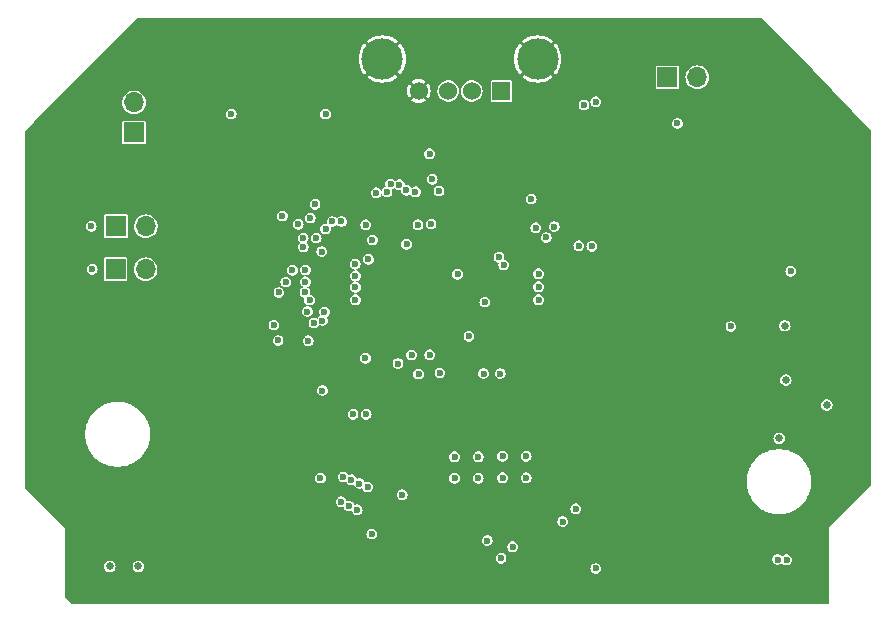
<source format=gbr>
%TF.GenerationSoftware,KiCad,Pcbnew,8.0.6*%
%TF.CreationDate,2024-12-24T11:34:52+00:00*%
%TF.ProjectId,RISKYMSXCart,5249534b-594d-4535-9843-6172742e6b69,rev?*%
%TF.SameCoordinates,Original*%
%TF.FileFunction,Copper,L2,Inr*%
%TF.FilePolarity,Positive*%
%FSLAX46Y46*%
G04 Gerber Fmt 4.6, Leading zero omitted, Abs format (unit mm)*
G04 Created by KiCad (PCBNEW 8.0.6) date 2024-12-24 11:34:52*
%MOMM*%
%LPD*%
G01*
G04 APERTURE LIST*
%TA.AperFunction,ComponentPad*%
%ADD10R,1.700000X1.700000*%
%TD*%
%TA.AperFunction,ComponentPad*%
%ADD11O,1.700000X1.700000*%
%TD*%
%TA.AperFunction,ComponentPad*%
%ADD12R,1.524000X1.524000*%
%TD*%
%TA.AperFunction,ComponentPad*%
%ADD13C,1.524000*%
%TD*%
%TA.AperFunction,ComponentPad*%
%ADD14C,3.500000*%
%TD*%
%TA.AperFunction,ViaPad*%
%ADD15C,0.600000*%
%TD*%
%TA.AperFunction,ViaPad*%
%ADD16C,0.654800*%
%TD*%
G04 APERTURE END LIST*
D10*
%TO.N,/BOOT0*%
%TO.C,J1*%
X120360000Y-95175000D03*
D11*
%TO.N,+3.3V*%
X122900000Y-95175000D03*
%TD*%
D10*
%TO.N,/USART_TX*%
%TO.C,J2*%
X167060000Y-82575000D03*
D11*
%TO.N,/USART_RX*%
X169600000Y-82575000D03*
%TD*%
D12*
%TO.N,Net-(J7-VBUS)*%
%TO.C,J7*%
X153000000Y-83727500D03*
D13*
%TO.N,/USB1_DM*%
X150500000Y-83727500D03*
%TO.N,/USB1_DP*%
X148500000Y-83727500D03*
%TO.N,GND*%
X146000000Y-83727500D03*
D14*
X156070000Y-81017500D03*
X142930000Y-81017500D03*
%TD*%
D10*
%TO.N,/BOOT1*%
%TO.C,J5*%
X120335000Y-98825000D03*
D11*
%TO.N,+3.3V*%
X122875000Y-98825000D03*
%TD*%
D10*
%TO.N,/SWCLK*%
%TO.C,J8*%
X121900000Y-87240000D03*
D11*
%TO.N,/SWDIO*%
X121900000Y-84700000D03*
%TD*%
D15*
%TO.N,GND*%
X137850000Y-110812500D03*
X174300000Y-99000000D03*
X171500000Y-109800000D03*
X137900000Y-106900000D03*
X152925000Y-103800000D03*
X141368788Y-92431212D03*
X143375000Y-95250000D03*
X149651004Y-110500000D03*
D16*
X128536700Y-124056134D03*
D15*
X147800000Y-99200000D03*
X157250000Y-92875000D03*
X182500000Y-110175000D03*
X151425000Y-103800000D03*
X146950000Y-103200000D03*
X153562984Y-95810364D03*
D16*
X126072900Y-124056134D03*
D15*
X166075000Y-88675000D03*
X145500000Y-110600000D03*
D16*
X181851300Y-106250734D03*
D15*
X145400000Y-103250000D03*
X156150000Y-106900000D03*
D16*
%TO.N,+5V*%
X122262900Y-123979934D03*
X177101500Y-108206534D03*
D15*
X167912500Y-86475000D03*
D16*
X180555900Y-110314734D03*
D15*
X177500000Y-99000000D03*
D16*
X119849900Y-123979934D03*
D15*
%TO.N,+3.3V*%
X151500000Y-107650000D03*
X138125000Y-85675000D03*
X137850000Y-109087500D03*
X155525000Y-92875000D03*
X151050000Y-116512500D03*
X152900000Y-107650000D03*
X141525000Y-95050000D03*
X155100000Y-116475000D03*
D16*
X176517300Y-113134134D03*
D15*
X130125000Y-85675000D03*
X153100000Y-116475000D03*
X145400000Y-106075000D03*
X146000000Y-107700000D03*
X146950000Y-106062500D03*
X149050000Y-116512500D03*
X149300000Y-99250000D03*
D16*
X176999900Y-103609134D03*
D15*
X172440000Y-103660000D03*
%TO.N,/~{EXCS1}*%
X136575000Y-102400000D03*
X177152186Y-123418049D03*
X137231289Y-93322601D03*
%TO.N,/~{EXCS2}*%
X137132470Y-103369541D03*
X133745200Y-103550000D03*
%TO.N,/~{EXCS12}*%
X134097600Y-104850000D03*
X136650000Y-104875000D03*
X176400000Y-123400000D03*
%TO.N,/~{EXSLTSL}*%
X136217800Y-96928196D03*
X136767800Y-101427400D03*
%TO.N,/~{RFSH}*%
X155927399Y-95309854D03*
X160666800Y-96882488D03*
%TO.N,/WAIT*%
X147721521Y-92185495D03*
%TO.N,/~{M1}*%
X144975000Y-96695200D03*
%TO.N,/BDIR*%
X147155967Y-91195200D03*
X145725000Y-92250000D03*
%TO.N,/IORQ*%
X145947600Y-95050000D03*
%TO.N,/MREQ*%
X159562000Y-96825000D03*
X156800000Y-96125000D03*
%TO.N,/WR*%
X138025000Y-102427400D03*
%TO.N,/RD*%
X137800000Y-97322600D03*
X137855220Y-103160397D03*
%TO.N,/~{RESET}*%
X161000000Y-124150000D03*
X157481040Y-95202400D03*
X147052400Y-95000000D03*
%TO.N,/A9*%
X156150000Y-100295201D03*
%TO.N,/A11*%
X156150000Y-99190401D03*
X159304800Y-119100000D03*
X158200001Y-120181211D03*
%TO.N,/A7*%
X156150000Y-101400000D03*
%TO.N,/A12*%
X150257914Y-104504510D03*
%TO.N,/A8*%
X153963950Y-122313950D03*
X152977900Y-123300000D03*
%TO.N,/A14*%
X152800000Y-97800000D03*
%TO.N,/A13*%
X153200000Y-98450000D03*
X151809394Y-121790606D03*
%TO.N,/A1*%
X141686839Y-117253218D03*
X144604800Y-117900000D03*
X141500000Y-106350000D03*
%TO.N,/A3*%
X144252400Y-106800000D03*
%TO.N,/A2*%
X140312702Y-116641176D03*
X140099730Y-118875207D03*
%TO.N,/A5*%
X140991662Y-116965402D03*
X142039790Y-121239790D03*
X140791021Y-119172233D03*
%TO.N,/A4*%
X139442553Y-118508837D03*
X139600000Y-116400000D03*
X140447600Y-111100000D03*
X141552400Y-111100000D03*
%TO.N,/D1*%
X140623368Y-98375000D03*
%TO.N,/D3*%
X140647600Y-99375001D03*
%TO.N,/D2*%
X136415400Y-98875000D03*
X135310600Y-98909394D03*
%TO.N,/D5*%
X140647600Y-100350000D03*
%TO.N,/D4*%
X136415400Y-99875000D03*
X134758200Y-99900000D03*
%TO.N,/D7*%
X140647600Y-101400000D03*
%TO.N,/D6*%
X134169493Y-100783183D03*
X136379093Y-100783183D03*
%TO.N,/SCC_AUD*%
X137675000Y-116500000D03*
%TO.N,/NRST*%
X147800000Y-107600000D03*
%TO.N,Net-(D1-A)*%
X149050000Y-114687500D03*
%TO.N,Net-(D2-A)*%
X151050000Y-114687500D03*
%TO.N,/BOOT0*%
X139462500Y-94772600D03*
X118285000Y-95175000D03*
%TO.N,/USART_TX*%
X144371003Y-91671933D03*
X161000000Y-84625000D03*
%TO.N,/USART_RX*%
X143622278Y-91597634D03*
X160000000Y-84900000D03*
%TO.N,/BOOT1*%
X151600000Y-101600000D03*
X136217800Y-96175793D03*
X138681290Y-94772602D03*
X137322600Y-96175793D03*
X141752400Y-97975000D03*
X118360000Y-98825000D03*
%TO.N,/USB1_DM*%
X143319907Y-92286606D03*
%TO.N,/USB1_DP*%
X142400552Y-92333476D03*
%TO.N,/SWDIO*%
X142089790Y-96335210D03*
%TO.N,/SWCLK*%
X134462561Y-94315672D03*
X138126412Y-95400000D03*
X136827399Y-94491389D03*
X135809302Y-95021866D03*
%TO.N,Net-(D3-A)*%
X153100000Y-114650000D03*
%TO.N,Net-(D4-A)*%
X155100000Y-114650000D03*
%TO.N,/BTN1*%
X146921379Y-89033201D03*
X144967972Y-92129904D03*
%TO.N,GND*%
X116535000Y-98825000D03*
X116460000Y-95175000D03*
%TD*%
%TA.AperFunction,Conductor*%
%TO.N,GND*%
G36*
X175049706Y-77537779D02*
G01*
X176949243Y-79422119D01*
X176950083Y-79422972D01*
X177762252Y-80268325D01*
X184326112Y-87100376D01*
X184340000Y-87134878D01*
X184340000Y-117084415D01*
X184325414Y-117119629D01*
X180799544Y-120645498D01*
X180784000Y-120683024D01*
X180784000Y-127079734D01*
X180769414Y-127114948D01*
X180734200Y-127129534D01*
X116577244Y-127129534D01*
X116542030Y-127114948D01*
X116105786Y-126678704D01*
X116091200Y-126643490D01*
X116091200Y-123979932D01*
X119364661Y-123979932D01*
X119364661Y-123979935D01*
X119384316Y-124116637D01*
X119384317Y-124116642D01*
X119441691Y-124242275D01*
X119441692Y-124242276D01*
X119532134Y-124346652D01*
X119532136Y-124346653D01*
X119648317Y-124421319D01*
X119648318Y-124421319D01*
X119648324Y-124421323D01*
X119780843Y-124460234D01*
X119780844Y-124460234D01*
X119918956Y-124460234D01*
X119918957Y-124460234D01*
X120051476Y-124421323D01*
X120167664Y-124346653D01*
X120258109Y-124242274D01*
X120315483Y-124116642D01*
X120335139Y-123979934D01*
X120335139Y-123979932D01*
X121777661Y-123979932D01*
X121777661Y-123979935D01*
X121797316Y-124116637D01*
X121797317Y-124116642D01*
X121854691Y-124242275D01*
X121854692Y-124242276D01*
X121945134Y-124346652D01*
X121945136Y-124346653D01*
X122061317Y-124421319D01*
X122061318Y-124421319D01*
X122061324Y-124421323D01*
X122193843Y-124460234D01*
X122193844Y-124460234D01*
X122331956Y-124460234D01*
X122331957Y-124460234D01*
X122464476Y-124421323D01*
X122580664Y-124346653D01*
X122671109Y-124242274D01*
X122713249Y-124150000D01*
X160542443Y-124150000D01*
X160560977Y-124278909D01*
X160615079Y-124397374D01*
X160700364Y-124495799D01*
X160809924Y-124566208D01*
X160934883Y-124602900D01*
X160934885Y-124602900D01*
X161065115Y-124602900D01*
X161065117Y-124602900D01*
X161190076Y-124566208D01*
X161299636Y-124495799D01*
X161384921Y-124397374D01*
X161439023Y-124278909D01*
X161457557Y-124150000D01*
X161439023Y-124021091D01*
X161384921Y-123902626D01*
X161299636Y-123804201D01*
X161190076Y-123733792D01*
X161065117Y-123697100D01*
X160934883Y-123697100D01*
X160809924Y-123733792D01*
X160780191Y-123752900D01*
X160700363Y-123804201D01*
X160615079Y-123902626D01*
X160560977Y-124021091D01*
X160560976Y-124021095D01*
X160547239Y-124116642D01*
X160542443Y-124150000D01*
X122713249Y-124150000D01*
X122728483Y-124116642D01*
X122748139Y-123979934D01*
X122728483Y-123843226D01*
X122671109Y-123717594D01*
X122671108Y-123717593D01*
X122671108Y-123717592D01*
X122671107Y-123717591D01*
X122580665Y-123613215D01*
X122580663Y-123613214D01*
X122464482Y-123538548D01*
X122464478Y-123538546D01*
X122464476Y-123538545D01*
X122331957Y-123499634D01*
X122193843Y-123499634D01*
X122061324Y-123538545D01*
X122061322Y-123538545D01*
X122061317Y-123538548D01*
X121945136Y-123613214D01*
X121945134Y-123613215D01*
X121854692Y-123717591D01*
X121854691Y-123717592D01*
X121797317Y-123843225D01*
X121797316Y-123843230D01*
X121777661Y-123979932D01*
X120335139Y-123979932D01*
X120315483Y-123843226D01*
X120258109Y-123717594D01*
X120258108Y-123717593D01*
X120258108Y-123717592D01*
X120258107Y-123717591D01*
X120167665Y-123613215D01*
X120167663Y-123613214D01*
X120051482Y-123538548D01*
X120051478Y-123538546D01*
X120051476Y-123538545D01*
X119918957Y-123499634D01*
X119780843Y-123499634D01*
X119648324Y-123538545D01*
X119648322Y-123538545D01*
X119648317Y-123538548D01*
X119532136Y-123613214D01*
X119532134Y-123613215D01*
X119441692Y-123717591D01*
X119441691Y-123717592D01*
X119384317Y-123843225D01*
X119384316Y-123843230D01*
X119364661Y-123979932D01*
X116091200Y-123979932D01*
X116091200Y-123299998D01*
X152520343Y-123299998D01*
X152520343Y-123300001D01*
X152537315Y-123418050D01*
X152538877Y-123428909D01*
X152592979Y-123547374D01*
X152678264Y-123645799D01*
X152787824Y-123716208D01*
X152912783Y-123752900D01*
X152912785Y-123752900D01*
X153043015Y-123752900D01*
X153043017Y-123752900D01*
X153167976Y-123716208D01*
X153277536Y-123645799D01*
X153362821Y-123547374D01*
X153416923Y-123428909D01*
X153421079Y-123400000D01*
X175942443Y-123400000D01*
X175960977Y-123528909D01*
X176015079Y-123647374D01*
X176100364Y-123745799D01*
X176209924Y-123816208D01*
X176334883Y-123852900D01*
X176334885Y-123852900D01*
X176465115Y-123852900D01*
X176465117Y-123852900D01*
X176590076Y-123816208D01*
X176699636Y-123745799D01*
X176730636Y-123710021D01*
X176764719Y-123692960D01*
X176800884Y-123704996D01*
X176805903Y-123710014D01*
X176852550Y-123763848D01*
X176962110Y-123834257D01*
X177087069Y-123870949D01*
X177087071Y-123870949D01*
X177217301Y-123870949D01*
X177217303Y-123870949D01*
X177342262Y-123834257D01*
X177451822Y-123763848D01*
X177537107Y-123665423D01*
X177591209Y-123546958D01*
X177609743Y-123418049D01*
X177591209Y-123289140D01*
X177537107Y-123170675D01*
X177451822Y-123072250D01*
X177342262Y-123001841D01*
X177217303Y-122965149D01*
X177087069Y-122965149D01*
X176962110Y-123001841D01*
X176852550Y-123072250D01*
X176852549Y-123072250D01*
X176852549Y-123072251D01*
X176821548Y-123108027D01*
X176787464Y-123125087D01*
X176751299Y-123113050D01*
X176746276Y-123108026D01*
X176699638Y-123054203D01*
X176699637Y-123054202D01*
X176699636Y-123054201D01*
X176590076Y-122983792D01*
X176465117Y-122947100D01*
X176334883Y-122947100D01*
X176209924Y-122983792D01*
X176181839Y-123001841D01*
X176100363Y-123054201D01*
X176015079Y-123152626D01*
X175960977Y-123271091D01*
X175960976Y-123271095D01*
X175956820Y-123300001D01*
X175942443Y-123400000D01*
X153421079Y-123400000D01*
X153435457Y-123300000D01*
X153416923Y-123171091D01*
X153362821Y-123052626D01*
X153277536Y-122954201D01*
X153167976Y-122883792D01*
X153043017Y-122847100D01*
X152912783Y-122847100D01*
X152787824Y-122883792D01*
X152733044Y-122918996D01*
X152678263Y-122954201D01*
X152592979Y-123052626D01*
X152538877Y-123171091D01*
X152538876Y-123171095D01*
X152520343Y-123299998D01*
X116091200Y-123299998D01*
X116091200Y-122313950D01*
X153506393Y-122313950D01*
X153524927Y-122442859D01*
X153579029Y-122561324D01*
X153664314Y-122659749D01*
X153773874Y-122730158D01*
X153898833Y-122766850D01*
X153898835Y-122766850D01*
X154029065Y-122766850D01*
X154029067Y-122766850D01*
X154154026Y-122730158D01*
X154263586Y-122659749D01*
X154348871Y-122561324D01*
X154402973Y-122442859D01*
X154421507Y-122313950D01*
X154402973Y-122185041D01*
X154348871Y-122066576D01*
X154263586Y-121968151D01*
X154154026Y-121897742D01*
X154029067Y-121861050D01*
X153898833Y-121861050D01*
X153773874Y-121897742D01*
X153740002Y-121919510D01*
X153664313Y-121968151D01*
X153579029Y-122066576D01*
X153524927Y-122185041D01*
X153524926Y-122185045D01*
X153516521Y-122243506D01*
X153506393Y-122313950D01*
X116091200Y-122313950D01*
X116091200Y-121790604D01*
X151351837Y-121790604D01*
X151351837Y-121790607D01*
X151367240Y-121897742D01*
X151370371Y-121919515D01*
X151424473Y-122037980D01*
X151509758Y-122136405D01*
X151619318Y-122206814D01*
X151744277Y-122243506D01*
X151744279Y-122243506D01*
X151874509Y-122243506D01*
X151874511Y-122243506D01*
X151999470Y-122206814D01*
X152109030Y-122136405D01*
X152194315Y-122037980D01*
X152248417Y-121919515D01*
X152266951Y-121790606D01*
X152248417Y-121661697D01*
X152194315Y-121543232D01*
X152109030Y-121444807D01*
X151999470Y-121374398D01*
X151874511Y-121337706D01*
X151744277Y-121337706D01*
X151619318Y-121374398D01*
X151564538Y-121409602D01*
X151509757Y-121444807D01*
X151424473Y-121543232D01*
X151370371Y-121661697D01*
X151370370Y-121661701D01*
X151351837Y-121790604D01*
X116091200Y-121790604D01*
X116091200Y-121239790D01*
X141582233Y-121239790D01*
X141600767Y-121368699D01*
X141654869Y-121487164D01*
X141740154Y-121585589D01*
X141849714Y-121655998D01*
X141974673Y-121692690D01*
X141974675Y-121692690D01*
X142104905Y-121692690D01*
X142104907Y-121692690D01*
X142229866Y-121655998D01*
X142339426Y-121585589D01*
X142424711Y-121487164D01*
X142478813Y-121368699D01*
X142497347Y-121239790D01*
X142478813Y-121110881D01*
X142424711Y-120992416D01*
X142339426Y-120893991D01*
X142229866Y-120823582D01*
X142104907Y-120786890D01*
X141974673Y-120786890D01*
X141849714Y-120823582D01*
X141812909Y-120847235D01*
X141740153Y-120893991D01*
X141654869Y-120992416D01*
X141600767Y-121110881D01*
X141582233Y-121239790D01*
X116091200Y-121239790D01*
X116091200Y-120784636D01*
X116091200Y-120784635D01*
X116075656Y-120747109D01*
X116046935Y-120718388D01*
X115509758Y-120181211D01*
X157742444Y-120181211D01*
X157760978Y-120310120D01*
X157815080Y-120428585D01*
X157900365Y-120527010D01*
X158009925Y-120597419D01*
X158134884Y-120634111D01*
X158134886Y-120634111D01*
X158265116Y-120634111D01*
X158265118Y-120634111D01*
X158390077Y-120597419D01*
X158499637Y-120527010D01*
X158584922Y-120428585D01*
X158639024Y-120310120D01*
X158657558Y-120181211D01*
X158639024Y-120052302D01*
X158584922Y-119933837D01*
X158499637Y-119835412D01*
X158390077Y-119765003D01*
X158265118Y-119728311D01*
X158134884Y-119728311D01*
X158009925Y-119765003D01*
X157955145Y-119800207D01*
X157900364Y-119835412D01*
X157815080Y-119933837D01*
X157760978Y-120052302D01*
X157742444Y-120181211D01*
X115509758Y-120181211D01*
X113837382Y-118508835D01*
X138984996Y-118508835D01*
X138984996Y-118508838D01*
X139002104Y-118627833D01*
X139003530Y-118637746D01*
X139057632Y-118756211D01*
X139142917Y-118854636D01*
X139252477Y-118925045D01*
X139377436Y-118961737D01*
X139377438Y-118961737D01*
X139507668Y-118961737D01*
X139507670Y-118961737D01*
X139593520Y-118936528D01*
X139631413Y-118940602D01*
X139655330Y-118970280D01*
X139656840Y-118977223D01*
X139660707Y-119004116D01*
X139714809Y-119122581D01*
X139800094Y-119221006D01*
X139909654Y-119291415D01*
X140034613Y-119328107D01*
X140034615Y-119328107D01*
X140164845Y-119328107D01*
X140164847Y-119328107D01*
X140289806Y-119291415D01*
X140289809Y-119291412D01*
X140292291Y-119290280D01*
X140330382Y-119288920D01*
X140358277Y-119314891D01*
X140406100Y-119419607D01*
X140437722Y-119456101D01*
X140489804Y-119516208D01*
X140491385Y-119518032D01*
X140600945Y-119588441D01*
X140725904Y-119625133D01*
X140725906Y-119625133D01*
X140856136Y-119625133D01*
X140856138Y-119625133D01*
X140981097Y-119588441D01*
X141090657Y-119518032D01*
X141175942Y-119419607D01*
X141230044Y-119301142D01*
X141248578Y-119172233D01*
X141238192Y-119099998D01*
X158847243Y-119099998D01*
X158847243Y-119100001D01*
X158864640Y-119221006D01*
X158865777Y-119228909D01*
X158919879Y-119347374D01*
X159005164Y-119445799D01*
X159114724Y-119516208D01*
X159239683Y-119552900D01*
X159239685Y-119552900D01*
X159369915Y-119552900D01*
X159369917Y-119552900D01*
X159494876Y-119516208D01*
X159604436Y-119445799D01*
X159689721Y-119347374D01*
X159743823Y-119228909D01*
X159762357Y-119100000D01*
X159743823Y-118971091D01*
X159689721Y-118852626D01*
X159604436Y-118754201D01*
X159494876Y-118683792D01*
X159369917Y-118647100D01*
X159239683Y-118647100D01*
X159114724Y-118683792D01*
X159059944Y-118718996D01*
X159005163Y-118754201D01*
X158919879Y-118852626D01*
X158865777Y-118971091D01*
X158865776Y-118971095D01*
X158847243Y-119099998D01*
X141238192Y-119099998D01*
X141230044Y-119043324D01*
X141175942Y-118924859D01*
X141090657Y-118826434D01*
X140981097Y-118756025D01*
X140856138Y-118719333D01*
X140725904Y-118719333D01*
X140611715Y-118752862D01*
X140600938Y-118756027D01*
X140598456Y-118757161D01*
X140560365Y-118758519D01*
X140532474Y-118732550D01*
X140484651Y-118627833D01*
X140399366Y-118529408D01*
X140289806Y-118458999D01*
X140164847Y-118422307D01*
X140034613Y-118422307D01*
X139948764Y-118447515D01*
X139910867Y-118443440D01*
X139886951Y-118413762D01*
X139885443Y-118406827D01*
X139881576Y-118379928D01*
X139827474Y-118261463D01*
X139742189Y-118163038D01*
X139632629Y-118092629D01*
X139507670Y-118055937D01*
X139377436Y-118055937D01*
X139252477Y-118092629D01*
X139197697Y-118127833D01*
X139142916Y-118163038D01*
X139057632Y-118261463D01*
X139003530Y-118379928D01*
X139003529Y-118379932D01*
X138984996Y-118508835D01*
X113837382Y-118508835D01*
X113228547Y-117900000D01*
X144147243Y-117900000D01*
X144165777Y-118028909D01*
X144219879Y-118147374D01*
X144305164Y-118245799D01*
X144414724Y-118316208D01*
X144539683Y-118352900D01*
X144539685Y-118352900D01*
X144669915Y-118352900D01*
X144669917Y-118352900D01*
X144794876Y-118316208D01*
X144904436Y-118245799D01*
X144989721Y-118147374D01*
X145043823Y-118028909D01*
X145062357Y-117900000D01*
X145043823Y-117771091D01*
X144989721Y-117652626D01*
X144904436Y-117554201D01*
X144794876Y-117483792D01*
X144669917Y-117447100D01*
X144539683Y-117447100D01*
X144414724Y-117483792D01*
X144359944Y-117518996D01*
X144305163Y-117554201D01*
X144266331Y-117599017D01*
X144219879Y-117652626D01*
X144165777Y-117771091D01*
X144147243Y-117900000D01*
X113228547Y-117900000D01*
X112676786Y-117348239D01*
X112662200Y-117313025D01*
X112662200Y-116499998D01*
X137217443Y-116499998D01*
X137217443Y-116500001D01*
X137232382Y-116603909D01*
X137235977Y-116628909D01*
X137290079Y-116747374D01*
X137375364Y-116845799D01*
X137484924Y-116916208D01*
X137609883Y-116952900D01*
X137609885Y-116952900D01*
X137740115Y-116952900D01*
X137740117Y-116952900D01*
X137865076Y-116916208D01*
X137974636Y-116845799D01*
X138059921Y-116747374D01*
X138114023Y-116628909D01*
X138129468Y-116521484D01*
X138132557Y-116500001D01*
X138132557Y-116499998D01*
X138126379Y-116457030D01*
X138118179Y-116399998D01*
X139142443Y-116399998D01*
X139142443Y-116400001D01*
X139156820Y-116500001D01*
X139160977Y-116528909D01*
X139215079Y-116647374D01*
X139300364Y-116745799D01*
X139409924Y-116816208D01*
X139534883Y-116852900D01*
X139534885Y-116852900D01*
X139665115Y-116852900D01*
X139665117Y-116852900D01*
X139790076Y-116816208D01*
X139822645Y-116795276D01*
X139860154Y-116788509D01*
X139891463Y-116810246D01*
X139894866Y-116816478D01*
X139927781Y-116888550D01*
X140013066Y-116986975D01*
X140122626Y-117057384D01*
X140247585Y-117094076D01*
X140247587Y-117094076D01*
X140377817Y-117094076D01*
X140377819Y-117094076D01*
X140490918Y-117060866D01*
X140528812Y-117064940D01*
X140550220Y-117091500D01*
X140551160Y-117091071D01*
X140552638Y-117094308D01*
X140552639Y-117094311D01*
X140606741Y-117212776D01*
X140692026Y-117311201D01*
X140801586Y-117381610D01*
X140926545Y-117418302D01*
X140926547Y-117418302D01*
X141056777Y-117418302D01*
X141056779Y-117418302D01*
X141181738Y-117381610D01*
X141184287Y-117379971D01*
X141221795Y-117373200D01*
X141253106Y-117394934D01*
X141256514Y-117401175D01*
X141301915Y-117500587D01*
X141301916Y-117500589D01*
X141301917Y-117500590D01*
X141301918Y-117500592D01*
X141387203Y-117599017D01*
X141496763Y-117669426D01*
X141621722Y-117706118D01*
X141621724Y-117706118D01*
X141751954Y-117706118D01*
X141751956Y-117706118D01*
X141876915Y-117669426D01*
X141986475Y-117599017D01*
X142071760Y-117500592D01*
X142125862Y-117382127D01*
X142144396Y-117253218D01*
X142125862Y-117124309D01*
X142071760Y-117005844D01*
X141986475Y-116907419D01*
X141876915Y-116837010D01*
X141751956Y-116800318D01*
X141621722Y-116800318D01*
X141551975Y-116820798D01*
X141496762Y-116837010D01*
X141495202Y-116838012D01*
X141494206Y-116838653D01*
X141456697Y-116845418D01*
X141425389Y-116823679D01*
X141421990Y-116817455D01*
X141376583Y-116718028D01*
X141291298Y-116619603D01*
X141181738Y-116549194D01*
X141056779Y-116512502D01*
X140926545Y-116512502D01*
X140813447Y-116545711D01*
X140775550Y-116541636D01*
X140754146Y-116515076D01*
X140753204Y-116515507D01*
X140751830Y-116512498D01*
X148592443Y-116512498D01*
X148592443Y-116512501D01*
X148609179Y-116628908D01*
X148610977Y-116641409D01*
X148665079Y-116759874D01*
X148750364Y-116858299D01*
X148859924Y-116928708D01*
X148984883Y-116965400D01*
X148984885Y-116965400D01*
X149115115Y-116965400D01*
X149115117Y-116965400D01*
X149240076Y-116928708D01*
X149349636Y-116858299D01*
X149434921Y-116759874D01*
X149489023Y-116641409D01*
X149507557Y-116512500D01*
X149507557Y-116512498D01*
X150592443Y-116512498D01*
X150592443Y-116512501D01*
X150609179Y-116628908D01*
X150610977Y-116641409D01*
X150665079Y-116759874D01*
X150750364Y-116858299D01*
X150859924Y-116928708D01*
X150984883Y-116965400D01*
X150984885Y-116965400D01*
X151115115Y-116965400D01*
X151115117Y-116965400D01*
X151240076Y-116928708D01*
X151349636Y-116858299D01*
X151434921Y-116759874D01*
X151489023Y-116641409D01*
X151507557Y-116512500D01*
X151502165Y-116474998D01*
X152642443Y-116474998D01*
X152642443Y-116475001D01*
X152656878Y-116575403D01*
X152660977Y-116603909D01*
X152715079Y-116722374D01*
X152800364Y-116820799D01*
X152909924Y-116891208D01*
X153034883Y-116927900D01*
X153034885Y-116927900D01*
X153165115Y-116927900D01*
X153165117Y-116927900D01*
X153290076Y-116891208D01*
X153399636Y-116820799D01*
X153484921Y-116722374D01*
X153539023Y-116603909D01*
X153557557Y-116475000D01*
X153557557Y-116474998D01*
X154642443Y-116474998D01*
X154642443Y-116475001D01*
X154656878Y-116575403D01*
X154660977Y-116603909D01*
X154715079Y-116722374D01*
X154800364Y-116820799D01*
X154909924Y-116891208D01*
X155034883Y-116927900D01*
X155034885Y-116927900D01*
X155165115Y-116927900D01*
X155165117Y-116927900D01*
X155290076Y-116891208D01*
X155399636Y-116820799D01*
X155484921Y-116722374D01*
X155515933Y-116654469D01*
X173759800Y-116654469D01*
X173759800Y-116963399D01*
X173792455Y-117253218D01*
X173794389Y-117270383D01*
X173794391Y-117270397D01*
X173863132Y-117571571D01*
X173863134Y-117571578D01*
X173965162Y-117863156D01*
X173965165Y-117863164D01*
X174099201Y-118141493D01*
X174099203Y-118141496D01*
X174099205Y-118141499D01*
X174263565Y-118403077D01*
X174456180Y-118644608D01*
X174674626Y-118863054D01*
X174916157Y-119055669D01*
X175101665Y-119172231D01*
X175177737Y-119220030D01*
X175177740Y-119220032D01*
X175439763Y-119346215D01*
X175456071Y-119354069D01*
X175456077Y-119354071D01*
X175718219Y-119445799D01*
X175747664Y-119456102D01*
X176048848Y-119524845D01*
X176355835Y-119559434D01*
X176355839Y-119559434D01*
X176664761Y-119559434D01*
X176664765Y-119559434D01*
X176971752Y-119524845D01*
X177272936Y-119456102D01*
X177564529Y-119354069D01*
X177840836Y-119221006D01*
X177842859Y-119220032D01*
X177842859Y-119220031D01*
X177842865Y-119220029D01*
X178104443Y-119055669D01*
X178345974Y-118863054D01*
X178564420Y-118644608D01*
X178757035Y-118403077D01*
X178921395Y-118141499D01*
X179055435Y-117863163D01*
X179157468Y-117571570D01*
X179226211Y-117270386D01*
X179260800Y-116963399D01*
X179260800Y-116654469D01*
X179226211Y-116347482D01*
X179157468Y-116046298D01*
X179055435Y-115754705D01*
X179047581Y-115738397D01*
X178921398Y-115476374D01*
X178921396Y-115476371D01*
X178921395Y-115476369D01*
X178757035Y-115214791D01*
X178564420Y-114973260D01*
X178345974Y-114754814D01*
X178104443Y-114562199D01*
X177910165Y-114440126D01*
X177842862Y-114397837D01*
X177842859Y-114397835D01*
X177564530Y-114263799D01*
X177564522Y-114263796D01*
X177272944Y-114161768D01*
X177272937Y-114161766D01*
X176971763Y-114093025D01*
X176971757Y-114093024D01*
X176971752Y-114093023D01*
X176664765Y-114058434D01*
X176355835Y-114058434D01*
X176048848Y-114093023D01*
X176048844Y-114093023D01*
X176048836Y-114093025D01*
X175747662Y-114161766D01*
X175747655Y-114161768D01*
X175456077Y-114263796D01*
X175456069Y-114263799D01*
X175177740Y-114397835D01*
X175177737Y-114397837D01*
X174916156Y-114562199D01*
X174674625Y-114754814D01*
X174456180Y-114973259D01*
X174263565Y-115214790D01*
X174099203Y-115476371D01*
X174099201Y-115476374D01*
X173965165Y-115754703D01*
X173965162Y-115754711D01*
X173863134Y-116046289D01*
X173863132Y-116046296D01*
X173794391Y-116347470D01*
X173794389Y-116347478D01*
X173794389Y-116347482D01*
X173759800Y-116654469D01*
X155515933Y-116654469D01*
X155539023Y-116603909D01*
X155557557Y-116475000D01*
X155539023Y-116346091D01*
X155484921Y-116227626D01*
X155399636Y-116129201D01*
X155290076Y-116058792D01*
X155165117Y-116022100D01*
X155034883Y-116022100D01*
X154909924Y-116058792D01*
X154871023Y-116083792D01*
X154800363Y-116129201D01*
X154717621Y-116224692D01*
X154715079Y-116227626D01*
X154660977Y-116346091D01*
X154653226Y-116400000D01*
X154642443Y-116474998D01*
X153557557Y-116474998D01*
X153539023Y-116346091D01*
X153484921Y-116227626D01*
X153399636Y-116129201D01*
X153290076Y-116058792D01*
X153165117Y-116022100D01*
X153034883Y-116022100D01*
X152909924Y-116058792D01*
X152871023Y-116083792D01*
X152800363Y-116129201D01*
X152717621Y-116224692D01*
X152715079Y-116227626D01*
X152660977Y-116346091D01*
X152653226Y-116400000D01*
X152642443Y-116474998D01*
X151502165Y-116474998D01*
X151489023Y-116383591D01*
X151434921Y-116265126D01*
X151349636Y-116166701D01*
X151240076Y-116096292D01*
X151115117Y-116059600D01*
X150984883Y-116059600D01*
X150859924Y-116096292D01*
X150808716Y-116129201D01*
X150750363Y-116166701D01*
X150665079Y-116265126D01*
X150610977Y-116383591D01*
X150610976Y-116383595D01*
X150592443Y-116512498D01*
X149507557Y-116512498D01*
X149489023Y-116383591D01*
X149434921Y-116265126D01*
X149349636Y-116166701D01*
X149240076Y-116096292D01*
X149115117Y-116059600D01*
X148984883Y-116059600D01*
X148859924Y-116096292D01*
X148808716Y-116129201D01*
X148750363Y-116166701D01*
X148665079Y-116265126D01*
X148610977Y-116383591D01*
X148610976Y-116383595D01*
X148592443Y-116512498D01*
X140751830Y-116512498D01*
X140751725Y-116512269D01*
X140751725Y-116512267D01*
X140697623Y-116393802D01*
X140612338Y-116295377D01*
X140502778Y-116224968D01*
X140377819Y-116188276D01*
X140247585Y-116188276D01*
X140185105Y-116206622D01*
X140122624Y-116224968D01*
X140090055Y-116245899D01*
X140052545Y-116252666D01*
X140021237Y-116230927D01*
X140017837Y-116224702D01*
X139984921Y-116152626D01*
X139899636Y-116054201D01*
X139790076Y-115983792D01*
X139665117Y-115947100D01*
X139534883Y-115947100D01*
X139409924Y-115983792D01*
X139355144Y-116018996D01*
X139300363Y-116054201D01*
X139215079Y-116152626D01*
X139160977Y-116271091D01*
X139160976Y-116271095D01*
X139142443Y-116399998D01*
X138118179Y-116399998D01*
X138114023Y-116371091D01*
X138059921Y-116252626D01*
X137974636Y-116154201D01*
X137865076Y-116083792D01*
X137740117Y-116047100D01*
X137609883Y-116047100D01*
X137484924Y-116083792D01*
X137430144Y-116118996D01*
X137375363Y-116154201D01*
X137290079Y-116252626D01*
X137235977Y-116371091D01*
X137235976Y-116371095D01*
X137217443Y-116499998D01*
X112662200Y-116499998D01*
X112662200Y-112639269D01*
X117759800Y-112639269D01*
X117759800Y-112948199D01*
X117780750Y-113134132D01*
X117794389Y-113255183D01*
X117794391Y-113255197D01*
X117863132Y-113556371D01*
X117863134Y-113556378D01*
X117965162Y-113847956D01*
X117965165Y-113847964D01*
X118099201Y-114126293D01*
X118099203Y-114126296D01*
X118099205Y-114126299D01*
X118263565Y-114387877D01*
X118456180Y-114629408D01*
X118674626Y-114847854D01*
X118916157Y-115040469D01*
X119015516Y-115102900D01*
X119177737Y-115204830D01*
X119177740Y-115204832D01*
X119439763Y-115331015D01*
X119456071Y-115338869D01*
X119747664Y-115440902D01*
X120048848Y-115509645D01*
X120355835Y-115544234D01*
X120355839Y-115544234D01*
X120664761Y-115544234D01*
X120664765Y-115544234D01*
X120971752Y-115509645D01*
X121272936Y-115440902D01*
X121564529Y-115338869D01*
X121842865Y-115204829D01*
X122104443Y-115040469D01*
X122345974Y-114847854D01*
X122506330Y-114687498D01*
X148592443Y-114687498D01*
X148592443Y-114687501D01*
X148605584Y-114778904D01*
X148610977Y-114816409D01*
X148665079Y-114934874D01*
X148750364Y-115033299D01*
X148859924Y-115103708D01*
X148984883Y-115140400D01*
X148984885Y-115140400D01*
X149115115Y-115140400D01*
X149115117Y-115140400D01*
X149240076Y-115103708D01*
X149349636Y-115033299D01*
X149434921Y-114934874D01*
X149489023Y-114816409D01*
X149507557Y-114687500D01*
X149507557Y-114687498D01*
X150592443Y-114687498D01*
X150592443Y-114687501D01*
X150605584Y-114778904D01*
X150610977Y-114816409D01*
X150665079Y-114934874D01*
X150750364Y-115033299D01*
X150859924Y-115103708D01*
X150984883Y-115140400D01*
X150984885Y-115140400D01*
X151115115Y-115140400D01*
X151115117Y-115140400D01*
X151240076Y-115103708D01*
X151349636Y-115033299D01*
X151434921Y-114934874D01*
X151489023Y-114816409D01*
X151507557Y-114687500D01*
X151502165Y-114649998D01*
X152642443Y-114649998D01*
X152642443Y-114650001D01*
X152657512Y-114754814D01*
X152660977Y-114778909D01*
X152715079Y-114897374D01*
X152800364Y-114995799D01*
X152909924Y-115066208D01*
X153034883Y-115102900D01*
X153034885Y-115102900D01*
X153165115Y-115102900D01*
X153165117Y-115102900D01*
X153290076Y-115066208D01*
X153399636Y-114995799D01*
X153484921Y-114897374D01*
X153539023Y-114778909D01*
X153557557Y-114650000D01*
X153557557Y-114649998D01*
X154642443Y-114649998D01*
X154642443Y-114650001D01*
X154657512Y-114754814D01*
X154660977Y-114778909D01*
X154715079Y-114897374D01*
X154800364Y-114995799D01*
X154909924Y-115066208D01*
X155034883Y-115102900D01*
X155034885Y-115102900D01*
X155165115Y-115102900D01*
X155165117Y-115102900D01*
X155290076Y-115066208D01*
X155399636Y-114995799D01*
X155484921Y-114897374D01*
X155539023Y-114778909D01*
X155557557Y-114650000D01*
X155554596Y-114629408D01*
X155544415Y-114558595D01*
X155539023Y-114521091D01*
X155484921Y-114402626D01*
X155399636Y-114304201D01*
X155290076Y-114233792D01*
X155165117Y-114197100D01*
X155034883Y-114197100D01*
X154909924Y-114233792D01*
X154863236Y-114263796D01*
X154800363Y-114304201D01*
X154715079Y-114402626D01*
X154660977Y-114521091D01*
X154660976Y-114521095D01*
X154642443Y-114649998D01*
X153557557Y-114649998D01*
X153554596Y-114629408D01*
X153544415Y-114558595D01*
X153539023Y-114521091D01*
X153484921Y-114402626D01*
X153399636Y-114304201D01*
X153290076Y-114233792D01*
X153165117Y-114197100D01*
X153034883Y-114197100D01*
X152909924Y-114233792D01*
X152863236Y-114263796D01*
X152800363Y-114304201D01*
X152715079Y-114402626D01*
X152660977Y-114521091D01*
X152660976Y-114521095D01*
X152642443Y-114649998D01*
X151502165Y-114649998D01*
X151489023Y-114558591D01*
X151434921Y-114440126D01*
X151349636Y-114341701D01*
X151240076Y-114271292D01*
X151115117Y-114234600D01*
X150984883Y-114234600D01*
X150859924Y-114271292D01*
X150808716Y-114304201D01*
X150750363Y-114341701D01*
X150665079Y-114440126D01*
X150610977Y-114558591D01*
X150610976Y-114558595D01*
X150592443Y-114687498D01*
X149507557Y-114687498D01*
X149489023Y-114558591D01*
X149434921Y-114440126D01*
X149349636Y-114341701D01*
X149240076Y-114271292D01*
X149115117Y-114234600D01*
X148984883Y-114234600D01*
X148859924Y-114271292D01*
X148808716Y-114304201D01*
X148750363Y-114341701D01*
X148665079Y-114440126D01*
X148610977Y-114558591D01*
X148610976Y-114558595D01*
X148592443Y-114687498D01*
X122506330Y-114687498D01*
X122564420Y-114629408D01*
X122757035Y-114387877D01*
X122921395Y-114126299D01*
X123055435Y-113847963D01*
X123157468Y-113556370D01*
X123226211Y-113255186D01*
X123239850Y-113134132D01*
X176032061Y-113134132D01*
X176032061Y-113134135D01*
X176051716Y-113270837D01*
X176051717Y-113270842D01*
X176109091Y-113396475D01*
X176109092Y-113396476D01*
X176199534Y-113500852D01*
X176199536Y-113500853D01*
X176315717Y-113575519D01*
X176315718Y-113575519D01*
X176315724Y-113575523D01*
X176448243Y-113614434D01*
X176448244Y-113614434D01*
X176586356Y-113614434D01*
X176586357Y-113614434D01*
X176718876Y-113575523D01*
X176835064Y-113500853D01*
X176925509Y-113396474D01*
X176982883Y-113270842D01*
X177002539Y-113134134D01*
X176982883Y-112997426D01*
X176925509Y-112871794D01*
X176925508Y-112871793D01*
X176925508Y-112871792D01*
X176925507Y-112871791D01*
X176835065Y-112767415D01*
X176835063Y-112767414D01*
X176718882Y-112692748D01*
X176718878Y-112692746D01*
X176718876Y-112692745D01*
X176586357Y-112653834D01*
X176448243Y-112653834D01*
X176315724Y-112692745D01*
X176315722Y-112692745D01*
X176315717Y-112692748D01*
X176199536Y-112767414D01*
X176199534Y-112767415D01*
X176109092Y-112871791D01*
X176109091Y-112871792D01*
X176051717Y-112997425D01*
X176051716Y-112997430D01*
X176032061Y-113134132D01*
X123239850Y-113134132D01*
X123260800Y-112948199D01*
X123260800Y-112639269D01*
X123226211Y-112332282D01*
X123157468Y-112031098D01*
X123055435Y-111739505D01*
X123047581Y-111723197D01*
X122921398Y-111461174D01*
X122921396Y-111461171D01*
X122849892Y-111347373D01*
X122757035Y-111199591D01*
X122677612Y-111099998D01*
X139990043Y-111099998D01*
X139990043Y-111100001D01*
X140004361Y-111199590D01*
X140008577Y-111228909D01*
X140062679Y-111347374D01*
X140147964Y-111445799D01*
X140257524Y-111516208D01*
X140382483Y-111552900D01*
X140382485Y-111552900D01*
X140512715Y-111552900D01*
X140512717Y-111552900D01*
X140637676Y-111516208D01*
X140747236Y-111445799D01*
X140832521Y-111347374D01*
X140886623Y-111228909D01*
X140905157Y-111100000D01*
X140905157Y-111099998D01*
X141094843Y-111099998D01*
X141094843Y-111100001D01*
X141109161Y-111199590D01*
X141113377Y-111228909D01*
X141167479Y-111347374D01*
X141252764Y-111445799D01*
X141362324Y-111516208D01*
X141487283Y-111552900D01*
X141487285Y-111552900D01*
X141617515Y-111552900D01*
X141617517Y-111552900D01*
X141742476Y-111516208D01*
X141852036Y-111445799D01*
X141937321Y-111347374D01*
X141991423Y-111228909D01*
X142009957Y-111100000D01*
X141991423Y-110971091D01*
X141937321Y-110852626D01*
X141852036Y-110754201D01*
X141742476Y-110683792D01*
X141617517Y-110647100D01*
X141487283Y-110647100D01*
X141362324Y-110683792D01*
X141307544Y-110718996D01*
X141252763Y-110754201D01*
X141167479Y-110852626D01*
X141113377Y-110971091D01*
X141113376Y-110971095D01*
X141094843Y-111099998D01*
X140905157Y-111099998D01*
X140886623Y-110971091D01*
X140832521Y-110852626D01*
X140747236Y-110754201D01*
X140637676Y-110683792D01*
X140512717Y-110647100D01*
X140382483Y-110647100D01*
X140257524Y-110683792D01*
X140202744Y-110718996D01*
X140147963Y-110754201D01*
X140062679Y-110852626D01*
X140008577Y-110971091D01*
X140008576Y-110971095D01*
X139990043Y-111099998D01*
X122677612Y-111099998D01*
X122564420Y-110958060D01*
X122345974Y-110739614D01*
X122104443Y-110546999D01*
X121842865Y-110382639D01*
X121842862Y-110382637D01*
X121842859Y-110382635D01*
X121701857Y-110314732D01*
X180070661Y-110314732D01*
X180070661Y-110314735D01*
X180090316Y-110451437D01*
X180090317Y-110451442D01*
X180147691Y-110577075D01*
X180147692Y-110577076D01*
X180238134Y-110681452D01*
X180238136Y-110681453D01*
X180354317Y-110756119D01*
X180354318Y-110756119D01*
X180354324Y-110756123D01*
X180486843Y-110795034D01*
X180486844Y-110795034D01*
X180624956Y-110795034D01*
X180624957Y-110795034D01*
X180757476Y-110756123D01*
X180873664Y-110681453D01*
X180964109Y-110577074D01*
X181021483Y-110451442D01*
X181041139Y-110314734D01*
X181021483Y-110178026D01*
X180964109Y-110052394D01*
X180964108Y-110052393D01*
X180964108Y-110052392D01*
X180964107Y-110052391D01*
X180873665Y-109948015D01*
X180873663Y-109948014D01*
X180757482Y-109873348D01*
X180757478Y-109873346D01*
X180757476Y-109873345D01*
X180624957Y-109834434D01*
X180486843Y-109834434D01*
X180354324Y-109873345D01*
X180354322Y-109873345D01*
X180354317Y-109873348D01*
X180238136Y-109948014D01*
X180238134Y-109948015D01*
X180147692Y-110052391D01*
X180147691Y-110052392D01*
X180090317Y-110178025D01*
X180090316Y-110178030D01*
X180070661Y-110314732D01*
X121701857Y-110314732D01*
X121564530Y-110248599D01*
X121564522Y-110248596D01*
X121272944Y-110146568D01*
X121272937Y-110146566D01*
X120971763Y-110077825D01*
X120971757Y-110077824D01*
X120971752Y-110077823D01*
X120664765Y-110043234D01*
X120355835Y-110043234D01*
X120048848Y-110077823D01*
X120048844Y-110077823D01*
X120048836Y-110077825D01*
X119747662Y-110146566D01*
X119747655Y-110146568D01*
X119456077Y-110248596D01*
X119456069Y-110248599D01*
X119177740Y-110382635D01*
X119177737Y-110382637D01*
X118916156Y-110546999D01*
X118674625Y-110739614D01*
X118456180Y-110958059D01*
X118263565Y-111199590D01*
X118099203Y-111461171D01*
X118099201Y-111461174D01*
X117965165Y-111739503D01*
X117965162Y-111739511D01*
X117863134Y-112031089D01*
X117863132Y-112031096D01*
X117794391Y-112332270D01*
X117794389Y-112332278D01*
X117794389Y-112332282D01*
X117759800Y-112639269D01*
X112662200Y-112639269D01*
X112662200Y-109087500D01*
X137392443Y-109087500D01*
X137410977Y-109216409D01*
X137465079Y-109334874D01*
X137550364Y-109433299D01*
X137659924Y-109503708D01*
X137784883Y-109540400D01*
X137784885Y-109540400D01*
X137915115Y-109540400D01*
X137915117Y-109540400D01*
X138040076Y-109503708D01*
X138149636Y-109433299D01*
X138234921Y-109334874D01*
X138289023Y-109216409D01*
X138307557Y-109087500D01*
X138289023Y-108958591D01*
X138234921Y-108840126D01*
X138149636Y-108741701D01*
X138040076Y-108671292D01*
X137915117Y-108634600D01*
X137784883Y-108634600D01*
X137659924Y-108671292D01*
X137635740Y-108686834D01*
X137550363Y-108741701D01*
X137465079Y-108840126D01*
X137410977Y-108958591D01*
X137392443Y-109087500D01*
X112662200Y-109087500D01*
X112662200Y-108206532D01*
X176616261Y-108206532D01*
X176616261Y-108206535D01*
X176635916Y-108343237D01*
X176635917Y-108343242D01*
X176693291Y-108468875D01*
X176693292Y-108468876D01*
X176783734Y-108573252D01*
X176783736Y-108573253D01*
X176899917Y-108647919D01*
X176899918Y-108647919D01*
X176899924Y-108647923D01*
X177032443Y-108686834D01*
X177032444Y-108686834D01*
X177170556Y-108686834D01*
X177170557Y-108686834D01*
X177303076Y-108647923D01*
X177419264Y-108573253D01*
X177509709Y-108468874D01*
X177567083Y-108343242D01*
X177586739Y-108206534D01*
X177567083Y-108069826D01*
X177509709Y-107944194D01*
X177509708Y-107944193D01*
X177509708Y-107944192D01*
X177509707Y-107944191D01*
X177419265Y-107839815D01*
X177419263Y-107839814D01*
X177303082Y-107765148D01*
X177303078Y-107765146D01*
X177303076Y-107765145D01*
X177170557Y-107726234D01*
X177032443Y-107726234D01*
X176899924Y-107765145D01*
X176899922Y-107765145D01*
X176899917Y-107765148D01*
X176783736Y-107839814D01*
X176783734Y-107839815D01*
X176693292Y-107944191D01*
X176693291Y-107944192D01*
X176635917Y-108069825D01*
X176635916Y-108069830D01*
X176616261Y-108206532D01*
X112662200Y-108206532D01*
X112662200Y-107699998D01*
X145542443Y-107699998D01*
X145542443Y-107700001D01*
X145551809Y-107765148D01*
X145560977Y-107828909D01*
X145615079Y-107947374D01*
X145700364Y-108045799D01*
X145809924Y-108116208D01*
X145934883Y-108152900D01*
X145934885Y-108152900D01*
X146065115Y-108152900D01*
X146065117Y-108152900D01*
X146190076Y-108116208D01*
X146299636Y-108045799D01*
X146384921Y-107947374D01*
X146439023Y-107828909D01*
X146457557Y-107700000D01*
X146443179Y-107599998D01*
X147342443Y-107599998D01*
X147342443Y-107600001D01*
X147356820Y-107700001D01*
X147360977Y-107728909D01*
X147415079Y-107847374D01*
X147458403Y-107897373D01*
X147498971Y-107944192D01*
X147500364Y-107945799D01*
X147609924Y-108016208D01*
X147734883Y-108052900D01*
X147734885Y-108052900D01*
X147865115Y-108052900D01*
X147865117Y-108052900D01*
X147990076Y-108016208D01*
X148099636Y-107945799D01*
X148184921Y-107847374D01*
X148239023Y-107728909D01*
X148250368Y-107649998D01*
X151042443Y-107649998D01*
X151042443Y-107650001D01*
X151058998Y-107765148D01*
X151060977Y-107778909D01*
X151115079Y-107897374D01*
X151200364Y-107995799D01*
X151309924Y-108066208D01*
X151434883Y-108102900D01*
X151434885Y-108102900D01*
X151565115Y-108102900D01*
X151565117Y-108102900D01*
X151690076Y-108066208D01*
X151799636Y-107995799D01*
X151884921Y-107897374D01*
X151939023Y-107778909D01*
X151957557Y-107650000D01*
X151957557Y-107649998D01*
X152442443Y-107649998D01*
X152442443Y-107650001D01*
X152458998Y-107765148D01*
X152460977Y-107778909D01*
X152515079Y-107897374D01*
X152600364Y-107995799D01*
X152709924Y-108066208D01*
X152834883Y-108102900D01*
X152834885Y-108102900D01*
X152965115Y-108102900D01*
X152965117Y-108102900D01*
X153090076Y-108066208D01*
X153199636Y-107995799D01*
X153284921Y-107897374D01*
X153339023Y-107778909D01*
X153357557Y-107650000D01*
X153339023Y-107521091D01*
X153284921Y-107402626D01*
X153199636Y-107304201D01*
X153090076Y-107233792D01*
X152965117Y-107197100D01*
X152834883Y-107197100D01*
X152709924Y-107233792D01*
X152680191Y-107252900D01*
X152600363Y-107304201D01*
X152515079Y-107402626D01*
X152460977Y-107521091D01*
X152460976Y-107521095D01*
X152442443Y-107649998D01*
X151957557Y-107649998D01*
X151939023Y-107521091D01*
X151884921Y-107402626D01*
X151799636Y-107304201D01*
X151690076Y-107233792D01*
X151565117Y-107197100D01*
X151434883Y-107197100D01*
X151309924Y-107233792D01*
X151280191Y-107252900D01*
X151200363Y-107304201D01*
X151115079Y-107402626D01*
X151060977Y-107521091D01*
X151060976Y-107521095D01*
X151042443Y-107649998D01*
X148250368Y-107649998D01*
X148257557Y-107600000D01*
X148239023Y-107471091D01*
X148184921Y-107352626D01*
X148099636Y-107254201D01*
X147990076Y-107183792D01*
X147865117Y-107147100D01*
X147734883Y-107147100D01*
X147609924Y-107183792D01*
X147559485Y-107216207D01*
X147500363Y-107254201D01*
X147415079Y-107352626D01*
X147360977Y-107471091D01*
X147360976Y-107471095D01*
X147342443Y-107599998D01*
X146443179Y-107599998D01*
X146439023Y-107571091D01*
X146384921Y-107452626D01*
X146299636Y-107354201D01*
X146190076Y-107283792D01*
X146065117Y-107247100D01*
X145934883Y-107247100D01*
X145809924Y-107283792D01*
X145778167Y-107304201D01*
X145700363Y-107354201D01*
X145615079Y-107452626D01*
X145560977Y-107571091D01*
X145560976Y-107571095D01*
X145542443Y-107699998D01*
X112662200Y-107699998D01*
X112662200Y-106349998D01*
X141042443Y-106349998D01*
X141042443Y-106350001D01*
X141057424Y-106454201D01*
X141060977Y-106478909D01*
X141115079Y-106597374D01*
X141200364Y-106695799D01*
X141309924Y-106766208D01*
X141434883Y-106802900D01*
X141434885Y-106802900D01*
X141565115Y-106802900D01*
X141565117Y-106802900D01*
X141574993Y-106800000D01*
X143794843Y-106800000D01*
X143813377Y-106928909D01*
X143867479Y-107047374D01*
X143952764Y-107145799D01*
X144062324Y-107216208D01*
X144187283Y-107252900D01*
X144187285Y-107252900D01*
X144317515Y-107252900D01*
X144317517Y-107252900D01*
X144442476Y-107216208D01*
X144552036Y-107145799D01*
X144637321Y-107047374D01*
X144691423Y-106928909D01*
X144709957Y-106800000D01*
X144691423Y-106671091D01*
X144637321Y-106552626D01*
X144552036Y-106454201D01*
X144442476Y-106383792D01*
X144317517Y-106347100D01*
X144187283Y-106347100D01*
X144062324Y-106383792D01*
X144024190Y-106408299D01*
X143952763Y-106454201D01*
X143867479Y-106552626D01*
X143813377Y-106671091D01*
X143813376Y-106671095D01*
X143799701Y-106766208D01*
X143794843Y-106800000D01*
X141574993Y-106800000D01*
X141690076Y-106766208D01*
X141799636Y-106695799D01*
X141884921Y-106597374D01*
X141939023Y-106478909D01*
X141957557Y-106350000D01*
X141939023Y-106221091D01*
X141884921Y-106102626D01*
X141860981Y-106074998D01*
X144942443Y-106074998D01*
X144942443Y-106075001D01*
X144959179Y-106191408D01*
X144960977Y-106203909D01*
X145015079Y-106322374D01*
X145100364Y-106420799D01*
X145209924Y-106491208D01*
X145334883Y-106527900D01*
X145334885Y-106527900D01*
X145465115Y-106527900D01*
X145465117Y-106527900D01*
X145590076Y-106491208D01*
X145699636Y-106420799D01*
X145784921Y-106322374D01*
X145839023Y-106203909D01*
X145857557Y-106075000D01*
X145855760Y-106062500D01*
X146492443Y-106062500D01*
X146510977Y-106191409D01*
X146565079Y-106309874D01*
X146650364Y-106408299D01*
X146759924Y-106478708D01*
X146884883Y-106515400D01*
X146884885Y-106515400D01*
X147015115Y-106515400D01*
X147015117Y-106515400D01*
X147140076Y-106478708D01*
X147249636Y-106408299D01*
X147334921Y-106309874D01*
X147389023Y-106191409D01*
X147407557Y-106062500D01*
X147389023Y-105933591D01*
X147334921Y-105815126D01*
X147249636Y-105716701D01*
X147140076Y-105646292D01*
X147015117Y-105609600D01*
X146884883Y-105609600D01*
X146759924Y-105646292D01*
X146705144Y-105681496D01*
X146650363Y-105716701D01*
X146565079Y-105815126D01*
X146510977Y-105933591D01*
X146510976Y-105933595D01*
X146509179Y-105946095D01*
X146492443Y-106062500D01*
X145855760Y-106062500D01*
X145839023Y-105946091D01*
X145784921Y-105827626D01*
X145699636Y-105729201D01*
X145590076Y-105658792D01*
X145465117Y-105622100D01*
X145334883Y-105622100D01*
X145209924Y-105658792D01*
X145155144Y-105693996D01*
X145100363Y-105729201D01*
X145015079Y-105827626D01*
X144960977Y-105946091D01*
X144960976Y-105946095D01*
X144942443Y-106074998D01*
X141860981Y-106074998D01*
X141799636Y-106004201D01*
X141690076Y-105933792D01*
X141565117Y-105897100D01*
X141434883Y-105897100D01*
X141309924Y-105933792D01*
X141255144Y-105968996D01*
X141200363Y-106004201D01*
X141115079Y-106102626D01*
X141060977Y-106221091D01*
X141060976Y-106221095D01*
X141042443Y-106349998D01*
X112662200Y-106349998D01*
X112662200Y-104849998D01*
X133640043Y-104849998D01*
X133640043Y-104850001D01*
X133650210Y-104920718D01*
X133658577Y-104978909D01*
X133712679Y-105097374D01*
X133797964Y-105195799D01*
X133907524Y-105266208D01*
X134032483Y-105302900D01*
X134032485Y-105302900D01*
X134162715Y-105302900D01*
X134162717Y-105302900D01*
X134287676Y-105266208D01*
X134397236Y-105195799D01*
X134482521Y-105097374D01*
X134536623Y-104978909D01*
X134551563Y-104874998D01*
X136192443Y-104874998D01*
X136192443Y-104875001D01*
X136207382Y-104978909D01*
X136210977Y-105003909D01*
X136265079Y-105122374D01*
X136350364Y-105220799D01*
X136459924Y-105291208D01*
X136584883Y-105327900D01*
X136584885Y-105327900D01*
X136715115Y-105327900D01*
X136715117Y-105327900D01*
X136840076Y-105291208D01*
X136949636Y-105220799D01*
X137034921Y-105122374D01*
X137089023Y-105003909D01*
X137107557Y-104875000D01*
X137089023Y-104746091D01*
X137034921Y-104627626D01*
X136949636Y-104529201D01*
X136911212Y-104504508D01*
X149800357Y-104504508D01*
X149800357Y-104504511D01*
X149814463Y-104602626D01*
X149818891Y-104633419D01*
X149872993Y-104751884D01*
X149946891Y-104837168D01*
X149958008Y-104849998D01*
X149958278Y-104850309D01*
X150067838Y-104920718D01*
X150192797Y-104957410D01*
X150192799Y-104957410D01*
X150323029Y-104957410D01*
X150323031Y-104957410D01*
X150447990Y-104920718D01*
X150557550Y-104850309D01*
X150642835Y-104751884D01*
X150696937Y-104633419D01*
X150715471Y-104504510D01*
X150696937Y-104375601D01*
X150642835Y-104257136D01*
X150557550Y-104158711D01*
X150447990Y-104088302D01*
X150323031Y-104051610D01*
X150192797Y-104051610D01*
X150067838Y-104088302D01*
X150013058Y-104123506D01*
X149958277Y-104158711D01*
X149872993Y-104257136D01*
X149818891Y-104375601D01*
X149818890Y-104375605D01*
X149800357Y-104504508D01*
X136911212Y-104504508D01*
X136840076Y-104458792D01*
X136715117Y-104422100D01*
X136584883Y-104422100D01*
X136459924Y-104458792D01*
X136405144Y-104493996D01*
X136350363Y-104529201D01*
X136265079Y-104627626D01*
X136210977Y-104746091D01*
X136210976Y-104746095D01*
X136192443Y-104874998D01*
X134551563Y-104874998D01*
X134555157Y-104850000D01*
X134536623Y-104721091D01*
X134482521Y-104602626D01*
X134397236Y-104504201D01*
X134287676Y-104433792D01*
X134162717Y-104397100D01*
X134032483Y-104397100D01*
X133907524Y-104433792D01*
X133868623Y-104458792D01*
X133797963Y-104504201D01*
X133712679Y-104602626D01*
X133658577Y-104721091D01*
X133658576Y-104721095D01*
X133640043Y-104849998D01*
X112662200Y-104849998D01*
X112662200Y-103549998D01*
X133287643Y-103549998D01*
X133287643Y-103550001D01*
X133297263Y-103616914D01*
X133306177Y-103678909D01*
X133360279Y-103797374D01*
X133445564Y-103895799D01*
X133555124Y-103966208D01*
X133680083Y-104002900D01*
X133680085Y-104002900D01*
X133810315Y-104002900D01*
X133810317Y-104002900D01*
X133935276Y-103966208D01*
X134044836Y-103895799D01*
X134130121Y-103797374D01*
X134184223Y-103678909D01*
X134202757Y-103550000D01*
X134201320Y-103540008D01*
X134191604Y-103472426D01*
X134184223Y-103421091D01*
X134160680Y-103369539D01*
X136674913Y-103369539D01*
X136674913Y-103369542D01*
X136682324Y-103421091D01*
X136693447Y-103498450D01*
X136747549Y-103616915D01*
X136832834Y-103715340D01*
X136942394Y-103785749D01*
X137067353Y-103822441D01*
X137067355Y-103822441D01*
X137197585Y-103822441D01*
X137197587Y-103822441D01*
X137322546Y-103785749D01*
X137432106Y-103715340D01*
X137480060Y-103659998D01*
X171982443Y-103659998D01*
X171982443Y-103660001D01*
X172000522Y-103785749D01*
X172000977Y-103788909D01*
X172055079Y-103907374D01*
X172140364Y-104005799D01*
X172249924Y-104076208D01*
X172374883Y-104112900D01*
X172374885Y-104112900D01*
X172505115Y-104112900D01*
X172505117Y-104112900D01*
X172630076Y-104076208D01*
X172739636Y-104005799D01*
X172824921Y-103907374D01*
X172879023Y-103788909D01*
X172894838Y-103678909D01*
X172897557Y-103660001D01*
X172897557Y-103659998D01*
X172890244Y-103609132D01*
X176514661Y-103609132D01*
X176514661Y-103609135D01*
X176534316Y-103745837D01*
X176534317Y-103745842D01*
X176591691Y-103871475D01*
X176591692Y-103871476D01*
X176682134Y-103975852D01*
X176682136Y-103975853D01*
X176798317Y-104050519D01*
X176798318Y-104050519D01*
X176798324Y-104050523D01*
X176930843Y-104089434D01*
X176930844Y-104089434D01*
X177068956Y-104089434D01*
X177068957Y-104089434D01*
X177201476Y-104050523D01*
X177317664Y-103975853D01*
X177326022Y-103966208D01*
X177408107Y-103871476D01*
X177408108Y-103871475D01*
X177408107Y-103871475D01*
X177408109Y-103871474D01*
X177465483Y-103745842D01*
X177484020Y-103616914D01*
X177485139Y-103609135D01*
X177485139Y-103609132D01*
X177476636Y-103549998D01*
X177465483Y-103472426D01*
X177408109Y-103346794D01*
X177408108Y-103346793D01*
X177408108Y-103346792D01*
X177408107Y-103346791D01*
X177317665Y-103242415D01*
X177317663Y-103242414D01*
X177201482Y-103167748D01*
X177201478Y-103167746D01*
X177201476Y-103167745D01*
X177068957Y-103128834D01*
X176930843Y-103128834D01*
X176798324Y-103167745D01*
X176798322Y-103167745D01*
X176798317Y-103167748D01*
X176682136Y-103242414D01*
X176682134Y-103242415D01*
X176591692Y-103346791D01*
X176591691Y-103346792D01*
X176534317Y-103472425D01*
X176534316Y-103472430D01*
X176514661Y-103609132D01*
X172890244Y-103609132D01*
X172885567Y-103576605D01*
X172879023Y-103531091D01*
X172824921Y-103412626D01*
X172739636Y-103314201D01*
X172630076Y-103243792D01*
X172505117Y-103207100D01*
X172374883Y-103207100D01*
X172249924Y-103243792D01*
X172195144Y-103278996D01*
X172140363Y-103314201D01*
X172055079Y-103412626D01*
X172000977Y-103531091D01*
X172000976Y-103531095D01*
X171982443Y-103659998D01*
X137480060Y-103659998D01*
X137517391Y-103616915D01*
X137541273Y-103564619D01*
X137569170Y-103538648D01*
X137607261Y-103540008D01*
X137613489Y-103543408D01*
X137665144Y-103576605D01*
X137790103Y-103613297D01*
X137790105Y-103613297D01*
X137920335Y-103613297D01*
X137920337Y-103613297D01*
X138045296Y-103576605D01*
X138154856Y-103506196D01*
X138240141Y-103407771D01*
X138294243Y-103289306D01*
X138312777Y-103160397D01*
X138294243Y-103031488D01*
X138240141Y-102913023D01*
X138230176Y-102901523D01*
X138218140Y-102865360D01*
X138235200Y-102831276D01*
X138240875Y-102827028D01*
X138324636Y-102773199D01*
X138409921Y-102674774D01*
X138464023Y-102556309D01*
X138482557Y-102427400D01*
X138464023Y-102298491D01*
X138409921Y-102180026D01*
X138324636Y-102081601D01*
X138215076Y-102011192D01*
X138090117Y-101974500D01*
X137959883Y-101974500D01*
X137834924Y-102011192D01*
X137780144Y-102046396D01*
X137725363Y-102081601D01*
X137640079Y-102180026D01*
X137585977Y-102298491D01*
X137585976Y-102298495D01*
X137567443Y-102427398D01*
X137567443Y-102427401D01*
X137585976Y-102556304D01*
X137585977Y-102556308D01*
X137640079Y-102674774D01*
X137640080Y-102674776D01*
X137650041Y-102686271D01*
X137662078Y-102722435D01*
X137645017Y-102756519D01*
X137639329Y-102760777D01*
X137555585Y-102814596D01*
X137470297Y-102913025D01*
X137446415Y-102965318D01*
X137418518Y-102991289D01*
X137380427Y-102989928D01*
X137374193Y-102986524D01*
X137322546Y-102953333D01*
X137197587Y-102916641D01*
X137067353Y-102916641D01*
X136942394Y-102953333D01*
X136923745Y-102965318D01*
X136832833Y-103023742D01*
X136747549Y-103122167D01*
X136693447Y-103240632D01*
X136693446Y-103240636D01*
X136674913Y-103369539D01*
X134160680Y-103369539D01*
X134130121Y-103302626D01*
X134044836Y-103204201D01*
X133935276Y-103133792D01*
X133810317Y-103097100D01*
X133680083Y-103097100D01*
X133555124Y-103133792D01*
X133513724Y-103160398D01*
X133445563Y-103204201D01*
X133360279Y-103302626D01*
X133306177Y-103421091D01*
X133306176Y-103421095D01*
X133287643Y-103549998D01*
X112662200Y-103549998D01*
X112662200Y-100783181D01*
X133711936Y-100783181D01*
X133711936Y-100783183D01*
X133730470Y-100912092D01*
X133784572Y-101030557D01*
X133869857Y-101128982D01*
X133979417Y-101199391D01*
X134104376Y-101236083D01*
X134104378Y-101236083D01*
X134234608Y-101236083D01*
X134234610Y-101236083D01*
X134359569Y-101199391D01*
X134469129Y-101128982D01*
X134554414Y-101030557D01*
X134608516Y-100912092D01*
X134627050Y-100783183D01*
X134627050Y-100783181D01*
X135921536Y-100783181D01*
X135921536Y-100783183D01*
X135940070Y-100912092D01*
X135994172Y-101030557D01*
X136079457Y-101128982D01*
X136189017Y-101199391D01*
X136297015Y-101231102D01*
X136326691Y-101255017D01*
X136330766Y-101292914D01*
X136329114Y-101297342D01*
X136328776Y-101298495D01*
X136310243Y-101427398D01*
X136310243Y-101427401D01*
X136324837Y-101528909D01*
X136328777Y-101556309D01*
X136382879Y-101674774D01*
X136468164Y-101773199D01*
X136577724Y-101843608D01*
X136597851Y-101849518D01*
X136627528Y-101873434D01*
X136631602Y-101911331D01*
X136607685Y-101941009D01*
X136583819Y-101947100D01*
X136509883Y-101947100D01*
X136384924Y-101983792D01*
X136342288Y-102011192D01*
X136275363Y-102054201D01*
X136190079Y-102152626D01*
X136135977Y-102271091D01*
X136135976Y-102271095D01*
X136117443Y-102399998D01*
X136117443Y-102400001D01*
X136121382Y-102427401D01*
X136135977Y-102528909D01*
X136190079Y-102647374D01*
X136275364Y-102745799D01*
X136384924Y-102816208D01*
X136509883Y-102852900D01*
X136509885Y-102852900D01*
X136640115Y-102852900D01*
X136640117Y-102852900D01*
X136765076Y-102816208D01*
X136874636Y-102745799D01*
X136959921Y-102647374D01*
X137014023Y-102528909D01*
X137032557Y-102400000D01*
X137014023Y-102271091D01*
X136959921Y-102152626D01*
X136874636Y-102054201D01*
X136765076Y-101983792D01*
X136744948Y-101977881D01*
X136715272Y-101953966D01*
X136711198Y-101916069D01*
X136735115Y-101886391D01*
X136758981Y-101880300D01*
X136832915Y-101880300D01*
X136832917Y-101880300D01*
X136957876Y-101843608D01*
X137067436Y-101773199D01*
X137152721Y-101674774D01*
X137206823Y-101556309D01*
X137225357Y-101427400D01*
X137221417Y-101399998D01*
X140190043Y-101399998D01*
X140190043Y-101400001D01*
X140193982Y-101427401D01*
X140208577Y-101528909D01*
X140262679Y-101647374D01*
X140347964Y-101745799D01*
X140457524Y-101816208D01*
X140582483Y-101852900D01*
X140582485Y-101852900D01*
X140712715Y-101852900D01*
X140712717Y-101852900D01*
X140837676Y-101816208D01*
X140947236Y-101745799D01*
X141032521Y-101647374D01*
X141054157Y-101599998D01*
X151142443Y-101599998D01*
X151142443Y-101600001D01*
X151153193Y-101674774D01*
X151160977Y-101728909D01*
X151215079Y-101847374D01*
X151300364Y-101945799D01*
X151409924Y-102016208D01*
X151534883Y-102052900D01*
X151534885Y-102052900D01*
X151665115Y-102052900D01*
X151665117Y-102052900D01*
X151790076Y-102016208D01*
X151899636Y-101945799D01*
X151984921Y-101847374D01*
X152039023Y-101728909D01*
X152057557Y-101600000D01*
X152039023Y-101471091D01*
X152006555Y-101399998D01*
X155692443Y-101399998D01*
X155692443Y-101400001D01*
X155696382Y-101427401D01*
X155710977Y-101528909D01*
X155765079Y-101647374D01*
X155850364Y-101745799D01*
X155959924Y-101816208D01*
X156084883Y-101852900D01*
X156084885Y-101852900D01*
X156215115Y-101852900D01*
X156215117Y-101852900D01*
X156340076Y-101816208D01*
X156449636Y-101745799D01*
X156534921Y-101647374D01*
X156589023Y-101528909D01*
X156607557Y-101400000D01*
X156589023Y-101271091D01*
X156534921Y-101152626D01*
X156449636Y-101054201D01*
X156340076Y-100983792D01*
X156215117Y-100947100D01*
X156084883Y-100947100D01*
X155959924Y-100983792D01*
X155917288Y-101011192D01*
X155850363Y-101054201D01*
X155765079Y-101152626D01*
X155710977Y-101271091D01*
X155710976Y-101271095D01*
X155692443Y-101399998D01*
X152006555Y-101399998D01*
X151984921Y-101352626D01*
X151899636Y-101254201D01*
X151790076Y-101183792D01*
X151665117Y-101147100D01*
X151534883Y-101147100D01*
X151409924Y-101183792D01*
X151355144Y-101218996D01*
X151300363Y-101254201D01*
X151215079Y-101352626D01*
X151160977Y-101471091D01*
X151160976Y-101471095D01*
X151142443Y-101599998D01*
X141054157Y-101599998D01*
X141086623Y-101528909D01*
X141105157Y-101400000D01*
X141086623Y-101271091D01*
X141032521Y-101152626D01*
X140947236Y-101054201D01*
X140837676Y-100983792D01*
X140712717Y-100947100D01*
X140582483Y-100947100D01*
X140457524Y-100983792D01*
X140414888Y-101011192D01*
X140347963Y-101054201D01*
X140262679Y-101152626D01*
X140208577Y-101271091D01*
X140208576Y-101271095D01*
X140190043Y-101399998D01*
X137221417Y-101399998D01*
X137206823Y-101298491D01*
X137152721Y-101180026D01*
X137067436Y-101081601D01*
X136957876Y-101011192D01*
X136849876Y-100979479D01*
X136820200Y-100955564D01*
X136816126Y-100917667D01*
X136817779Y-100913235D01*
X136818111Y-100912100D01*
X136818116Y-100912092D01*
X136836650Y-100783183D01*
X136834209Y-100766208D01*
X136830472Y-100740213D01*
X136818116Y-100654274D01*
X136764014Y-100535809D01*
X136678729Y-100437384D01*
X136678728Y-100437383D01*
X136650757Y-100419408D01*
X136591367Y-100381240D01*
X136569629Y-100349933D01*
X136576396Y-100312424D01*
X136602369Y-100292980D01*
X136602236Y-100292688D01*
X136603582Y-100292072D01*
X136604262Y-100291564D01*
X136605476Y-100291208D01*
X136715036Y-100220799D01*
X136800321Y-100122374D01*
X136854423Y-100003909D01*
X136872957Y-99875000D01*
X136869142Y-99848469D01*
X136866185Y-99827898D01*
X136854423Y-99746091D01*
X136800321Y-99627626D01*
X136715036Y-99529201D01*
X136605476Y-99458792D01*
X136605475Y-99458791D01*
X136605474Y-99458791D01*
X136555421Y-99444094D01*
X136482839Y-99422782D01*
X136453162Y-99398866D01*
X136449088Y-99360970D01*
X136473005Y-99331291D01*
X136482836Y-99327219D01*
X136605476Y-99291208D01*
X136715036Y-99220799D01*
X136800321Y-99122374D01*
X136854423Y-99003909D01*
X136872957Y-98875000D01*
X136854423Y-98746091D01*
X136800321Y-98627626D01*
X136715036Y-98529201D01*
X136605476Y-98458792D01*
X136480517Y-98422100D01*
X136350283Y-98422100D01*
X136225324Y-98458792D01*
X136193567Y-98479201D01*
X136115763Y-98529201D01*
X136030479Y-98627626D01*
X135976377Y-98746091D01*
X135976376Y-98746095D01*
X135957843Y-98874998D01*
X135957843Y-98875001D01*
X135976192Y-99002626D01*
X135976377Y-99003909D01*
X136030479Y-99122374D01*
X136115764Y-99220799D01*
X136225324Y-99291208D01*
X136347960Y-99327217D01*
X136377637Y-99351134D01*
X136381711Y-99389031D01*
X136357794Y-99418709D01*
X136347963Y-99422780D01*
X136225324Y-99458792D01*
X136186423Y-99483792D01*
X136115763Y-99529201D01*
X136030479Y-99627626D01*
X135976377Y-99746091D01*
X135976376Y-99746095D01*
X135957843Y-99874998D01*
X135957843Y-99875001D01*
X135961437Y-99900001D01*
X135976377Y-100003909D01*
X136030479Y-100122374D01*
X136115764Y-100220799D01*
X136203125Y-100276942D01*
X136224863Y-100308249D01*
X136218096Y-100345758D01*
X136192124Y-100365204D01*
X136192257Y-100365495D01*
X136190920Y-100366105D01*
X136190240Y-100366615D01*
X136189021Y-100366972D01*
X136079456Y-100437384D01*
X135994172Y-100535809D01*
X135940070Y-100654274D01*
X135940069Y-100654278D01*
X135921536Y-100783181D01*
X134627050Y-100783181D01*
X134624609Y-100766208D01*
X134620872Y-100740213D01*
X134608516Y-100654274D01*
X134554414Y-100535809D01*
X134469129Y-100437384D01*
X134359569Y-100366975D01*
X134234610Y-100330283D01*
X134104376Y-100330283D01*
X133979417Y-100366975D01*
X133957217Y-100381242D01*
X133869856Y-100437384D01*
X133784572Y-100535809D01*
X133730470Y-100654274D01*
X133730469Y-100654278D01*
X133711936Y-100783181D01*
X112662200Y-100783181D01*
X112662200Y-99899998D01*
X134300643Y-99899998D01*
X134300643Y-99900001D01*
X134315624Y-100004201D01*
X134319177Y-100028909D01*
X134373279Y-100147374D01*
X134458564Y-100245799D01*
X134568124Y-100316208D01*
X134693083Y-100352900D01*
X134693085Y-100352900D01*
X134823315Y-100352900D01*
X134823317Y-100352900D01*
X134948276Y-100316208D01*
X135057836Y-100245799D01*
X135143121Y-100147374D01*
X135197223Y-100028909D01*
X135214279Y-99910283D01*
X135215757Y-99900001D01*
X135215757Y-99899998D01*
X135206934Y-99838633D01*
X135197223Y-99771091D01*
X135143121Y-99652626D01*
X135057836Y-99554201D01*
X134948276Y-99483792D01*
X134823317Y-99447100D01*
X134693083Y-99447100D01*
X134568124Y-99483792D01*
X134513344Y-99518996D01*
X134458563Y-99554201D01*
X134373279Y-99652626D01*
X134319177Y-99771091D01*
X134319176Y-99771095D01*
X134300643Y-99899998D01*
X112662200Y-99899998D01*
X112662200Y-98824998D01*
X117902443Y-98824998D01*
X117902443Y-98825001D01*
X117916403Y-98922100D01*
X117920977Y-98953909D01*
X117975079Y-99072374D01*
X118060364Y-99170799D01*
X118169924Y-99241208D01*
X118294883Y-99277900D01*
X118294885Y-99277900D01*
X118425115Y-99277900D01*
X118425117Y-99277900D01*
X118550076Y-99241208D01*
X118659636Y-99170799D01*
X118744921Y-99072374D01*
X118799023Y-98953909D01*
X118817557Y-98825000D01*
X118813358Y-98795798D01*
X118806212Y-98746091D01*
X118799023Y-98696091D01*
X118744921Y-98577626D01*
X118659636Y-98479201D01*
X118550076Y-98408792D01*
X118425117Y-98372100D01*
X118294883Y-98372100D01*
X118169924Y-98408792D01*
X118140191Y-98427900D01*
X118060363Y-98479201D01*
X117975079Y-98577626D01*
X117920977Y-98696091D01*
X117920976Y-98696095D01*
X117902443Y-98824998D01*
X112662200Y-98824998D01*
X112662200Y-97959942D01*
X119332100Y-97959942D01*
X119332100Y-99690050D01*
X119332101Y-99690058D01*
X119340972Y-99734656D01*
X119340973Y-99734661D01*
X119374764Y-99785232D01*
X119374766Y-99785234D01*
X119425342Y-99819028D01*
X119469943Y-99827900D01*
X121200056Y-99827899D01*
X121244658Y-99819028D01*
X121295234Y-99785234D01*
X121329028Y-99734658D01*
X121337900Y-99690057D01*
X121337899Y-98824997D01*
X121867247Y-98824997D01*
X121867247Y-98825002D01*
X121879944Y-98953909D01*
X121886611Y-99021603D01*
X121943958Y-99210650D01*
X122037084Y-99384878D01*
X122162411Y-99537589D01*
X122315122Y-99662916D01*
X122489350Y-99756042D01*
X122678397Y-99813389D01*
X122825707Y-99827898D01*
X122874997Y-99832753D01*
X122875000Y-99832753D01*
X122875003Y-99832753D01*
X122924262Y-99827901D01*
X123071603Y-99813389D01*
X123260650Y-99756042D01*
X123434878Y-99662916D01*
X123587589Y-99537589D01*
X123712916Y-99384878D01*
X123806042Y-99210650D01*
X123863389Y-99021603D01*
X123874441Y-98909392D01*
X134853043Y-98909392D01*
X134853043Y-98909395D01*
X134866447Y-99002626D01*
X134871577Y-99038303D01*
X134925679Y-99156768D01*
X134981161Y-99220798D01*
X135006462Y-99249998D01*
X135010964Y-99255193D01*
X135120524Y-99325602D01*
X135245483Y-99362294D01*
X135245485Y-99362294D01*
X135375715Y-99362294D01*
X135375717Y-99362294D01*
X135500676Y-99325602D01*
X135610236Y-99255193D01*
X135695521Y-99156768D01*
X135749623Y-99038303D01*
X135768157Y-98909394D01*
X135767410Y-98904201D01*
X135756023Y-98824998D01*
X135749623Y-98780485D01*
X135695521Y-98662020D01*
X135610236Y-98563595D01*
X135500676Y-98493186D01*
X135375717Y-98456494D01*
X135245483Y-98456494D01*
X135120524Y-98493186D01*
X135065744Y-98528390D01*
X135010963Y-98563595D01*
X134925679Y-98662020D01*
X134871577Y-98780485D01*
X134871576Y-98780489D01*
X134853043Y-98909392D01*
X123874441Y-98909392D01*
X123882278Y-98829821D01*
X123882753Y-98825002D01*
X123882753Y-98824997D01*
X123872490Y-98720798D01*
X123863389Y-98628397D01*
X123806042Y-98439350D01*
X123771645Y-98374998D01*
X140165811Y-98374998D01*
X140165811Y-98375001D01*
X140180792Y-98479201D01*
X140184345Y-98503909D01*
X140238447Y-98622374D01*
X140323732Y-98720799D01*
X140433292Y-98791208D01*
X140558251Y-98827900D01*
X140558253Y-98827900D01*
X140561778Y-98828407D01*
X140561574Y-98829821D01*
X140592150Y-98842486D01*
X140606736Y-98877700D01*
X140592150Y-98912914D01*
X140570968Y-98925481D01*
X140457524Y-98958793D01*
X140402744Y-98993997D01*
X140347963Y-99029202D01*
X140262679Y-99127627D01*
X140208577Y-99246092D01*
X140208576Y-99246096D01*
X140190043Y-99374999D01*
X140190043Y-99375002D01*
X140205684Y-99483792D01*
X140208577Y-99503910D01*
X140262679Y-99622375D01*
X140347964Y-99720800D01*
X140457524Y-99791209D01*
X140537587Y-99814718D01*
X140567264Y-99838633D01*
X140571339Y-99876530D01*
X140547423Y-99906208D01*
X140537587Y-99910282D01*
X140457524Y-99933792D01*
X140402744Y-99968996D01*
X140347963Y-100004201D01*
X140262679Y-100102626D01*
X140208577Y-100221091D01*
X140208576Y-100221095D01*
X140190043Y-100349998D01*
X140190043Y-100350001D01*
X140202606Y-100437384D01*
X140208577Y-100478909D01*
X140262679Y-100597374D01*
X140347964Y-100695799D01*
X140457524Y-100766208D01*
X140582483Y-100802900D01*
X140582485Y-100802900D01*
X140712715Y-100802900D01*
X140712717Y-100802900D01*
X140837676Y-100766208D01*
X140947236Y-100695799D01*
X141032521Y-100597374D01*
X141086623Y-100478909D01*
X141102768Y-100366615D01*
X141105157Y-100350001D01*
X141105157Y-100349998D01*
X141097278Y-100295199D01*
X155692443Y-100295199D01*
X155692443Y-100295202D01*
X155704813Y-100381242D01*
X155710977Y-100424110D01*
X155765079Y-100542575D01*
X155850364Y-100641000D01*
X155959924Y-100711409D01*
X156084883Y-100748101D01*
X156084885Y-100748101D01*
X156215115Y-100748101D01*
X156215117Y-100748101D01*
X156340076Y-100711409D01*
X156449636Y-100641000D01*
X156534921Y-100542575D01*
X156589023Y-100424110D01*
X156607557Y-100295201D01*
X156589023Y-100166292D01*
X156534921Y-100047827D01*
X156449636Y-99949402D01*
X156340076Y-99878993D01*
X156215117Y-99842301D01*
X156084883Y-99842301D01*
X155959924Y-99878993D01*
X155917576Y-99906208D01*
X155850363Y-99949402D01*
X155765079Y-100047827D01*
X155710977Y-100166292D01*
X155710976Y-100166296D01*
X155692443Y-100295199D01*
X141097278Y-100295199D01*
X141090175Y-100245798D01*
X141086623Y-100221091D01*
X141032521Y-100102626D01*
X140947236Y-100004201D01*
X140837676Y-99933792D01*
X140757611Y-99910282D01*
X140727934Y-99886366D01*
X140723860Y-99848469D01*
X140747777Y-99818791D01*
X140757604Y-99814720D01*
X140837676Y-99791209D01*
X140947236Y-99720800D01*
X141032521Y-99622375D01*
X141086623Y-99503910D01*
X141105157Y-99375001D01*
X141100958Y-99345799D01*
X141097149Y-99319305D01*
X141087185Y-99249998D01*
X148842443Y-99249998D01*
X148842443Y-99250001D01*
X148856983Y-99351134D01*
X148860977Y-99378909D01*
X148915079Y-99497374D01*
X149000364Y-99595799D01*
X149109924Y-99666208D01*
X149234883Y-99702900D01*
X149234885Y-99702900D01*
X149365115Y-99702900D01*
X149365117Y-99702900D01*
X149490076Y-99666208D01*
X149599636Y-99595799D01*
X149684921Y-99497374D01*
X149739023Y-99378909D01*
X149757557Y-99250000D01*
X149757179Y-99247374D01*
X149748988Y-99190399D01*
X155692443Y-99190399D01*
X155692443Y-99190402D01*
X155706936Y-99291208D01*
X155710977Y-99319310D01*
X155765079Y-99437775D01*
X155850364Y-99536200D01*
X155959924Y-99606609D01*
X156084883Y-99643301D01*
X156084885Y-99643301D01*
X156215115Y-99643301D01*
X156215117Y-99643301D01*
X156340076Y-99606609D01*
X156449636Y-99536200D01*
X156534921Y-99437775D01*
X156589023Y-99319310D01*
X156607557Y-99190401D01*
X156589023Y-99061492D01*
X156560939Y-98999998D01*
X177042443Y-98999998D01*
X177042443Y-99000001D01*
X177060792Y-99127627D01*
X177060977Y-99128909D01*
X177115079Y-99247374D01*
X177200364Y-99345799D01*
X177309924Y-99416208D01*
X177434883Y-99452900D01*
X177434885Y-99452900D01*
X177565115Y-99452900D01*
X177565117Y-99452900D01*
X177690076Y-99416208D01*
X177799636Y-99345799D01*
X177884921Y-99247374D01*
X177939023Y-99128909D01*
X177956996Y-99003904D01*
X177957557Y-99000001D01*
X177957557Y-98999998D01*
X177950930Y-98953908D01*
X177939023Y-98871091D01*
X177884921Y-98752626D01*
X177799636Y-98654201D01*
X177690076Y-98583792D01*
X177565117Y-98547100D01*
X177434883Y-98547100D01*
X177309924Y-98583792D01*
X177255144Y-98618996D01*
X177200363Y-98654201D01*
X177115079Y-98752626D01*
X177060977Y-98871091D01*
X177060976Y-98871095D01*
X177042443Y-98999998D01*
X156560939Y-98999998D01*
X156534921Y-98943027D01*
X156449636Y-98844602D01*
X156340076Y-98774193D01*
X156215117Y-98737501D01*
X156084883Y-98737501D01*
X155959924Y-98774193D01*
X155933448Y-98791208D01*
X155850363Y-98844602D01*
X155765079Y-98943027D01*
X155710977Y-99061492D01*
X155710976Y-99061496D01*
X155692443Y-99190399D01*
X149748988Y-99190399D01*
X149746170Y-99170799D01*
X149739023Y-99121091D01*
X149684921Y-99002626D01*
X149599636Y-98904201D01*
X149490076Y-98833792D01*
X149365117Y-98797100D01*
X149234883Y-98797100D01*
X149109924Y-98833792D01*
X149059485Y-98866207D01*
X149000363Y-98904201D01*
X148915079Y-99002626D01*
X148860977Y-99121091D01*
X148860976Y-99121095D01*
X148842443Y-99249998D01*
X141087185Y-99249998D01*
X141086623Y-99246092D01*
X141032521Y-99127627D01*
X140947236Y-99029202D01*
X140837676Y-98958793D01*
X140712717Y-98922101D01*
X140712714Y-98922100D01*
X140709190Y-98921594D01*
X140709393Y-98920179D01*
X140678818Y-98907515D01*
X140664232Y-98872301D01*
X140678818Y-98837087D01*
X140699999Y-98824519D01*
X140813444Y-98791208D01*
X140923004Y-98720799D01*
X141008289Y-98622374D01*
X141062391Y-98503909D01*
X141080925Y-98375000D01*
X141062391Y-98246091D01*
X141008289Y-98127626D01*
X140923004Y-98029201D01*
X140838661Y-97974998D01*
X141294843Y-97974998D01*
X141294843Y-97975001D01*
X141305248Y-98047374D01*
X141313377Y-98103909D01*
X141367479Y-98222374D01*
X141393930Y-98252900D01*
X141452059Y-98319986D01*
X141452764Y-98320799D01*
X141562324Y-98391208D01*
X141687283Y-98427900D01*
X141687285Y-98427900D01*
X141817515Y-98427900D01*
X141817517Y-98427900D01*
X141942476Y-98391208D01*
X142052036Y-98320799D01*
X142137321Y-98222374D01*
X142191423Y-98103909D01*
X142209957Y-97975000D01*
X142204444Y-97936659D01*
X142203487Y-97930001D01*
X142191423Y-97846091D01*
X142170373Y-97799998D01*
X152342443Y-97799998D01*
X152342443Y-97800001D01*
X152359026Y-97915343D01*
X152360977Y-97928909D01*
X152415079Y-98047374D01*
X152500364Y-98145799D01*
X152609924Y-98216208D01*
X152730207Y-98251527D01*
X152759884Y-98275443D01*
X152763959Y-98313339D01*
X152761481Y-98319986D01*
X152760979Y-98321085D01*
X152760976Y-98321095D01*
X152742443Y-98449998D01*
X152742443Y-98450001D01*
X152760792Y-98577626D01*
X152760977Y-98578909D01*
X152815079Y-98697374D01*
X152900364Y-98795799D01*
X153009924Y-98866208D01*
X153134883Y-98902900D01*
X153134885Y-98902900D01*
X153265115Y-98902900D01*
X153265117Y-98902900D01*
X153390076Y-98866208D01*
X153499636Y-98795799D01*
X153584921Y-98697374D01*
X153639023Y-98578909D01*
X153657557Y-98450000D01*
X153656025Y-98439348D01*
X153646774Y-98375000D01*
X153639023Y-98321091D01*
X153584921Y-98202626D01*
X153499636Y-98104201D01*
X153390076Y-98033792D01*
X153269791Y-97998472D01*
X153240114Y-97974556D01*
X153236040Y-97936659D01*
X153238524Y-97930001D01*
X153239023Y-97928909D01*
X153257557Y-97800000D01*
X153254034Y-97775500D01*
X153247151Y-97727626D01*
X153239023Y-97671091D01*
X153184921Y-97552626D01*
X153099636Y-97454201D01*
X152990076Y-97383792D01*
X152865117Y-97347100D01*
X152734883Y-97347100D01*
X152609924Y-97383792D01*
X152555144Y-97418996D01*
X152500363Y-97454201D01*
X152415079Y-97552626D01*
X152360977Y-97671091D01*
X152360976Y-97671095D01*
X152342443Y-97799998D01*
X142170373Y-97799998D01*
X142137321Y-97727626D01*
X142052036Y-97629201D01*
X141942476Y-97558792D01*
X141817517Y-97522100D01*
X141687283Y-97522100D01*
X141562324Y-97558792D01*
X141507544Y-97593996D01*
X141452763Y-97629201D01*
X141367479Y-97727626D01*
X141313377Y-97846091D01*
X141313376Y-97846095D01*
X141294843Y-97974998D01*
X140838661Y-97974998D01*
X140813444Y-97958792D01*
X140688485Y-97922100D01*
X140558251Y-97922100D01*
X140433292Y-97958792D01*
X140389268Y-97987084D01*
X140323731Y-98029201D01*
X140238447Y-98127626D01*
X140184345Y-98246091D01*
X140184344Y-98246095D01*
X140165811Y-98374998D01*
X123771645Y-98374998D01*
X123712916Y-98265122D01*
X123587589Y-98112411D01*
X123434878Y-97987084D01*
X123260650Y-97893958D01*
X123071603Y-97836611D01*
X122875003Y-97817247D01*
X122874997Y-97817247D01*
X122678396Y-97836611D01*
X122596077Y-97861582D01*
X122489350Y-97893958D01*
X122489348Y-97893959D01*
X122489347Y-97893959D01*
X122409461Y-97936659D01*
X122315122Y-97987084D01*
X122315120Y-97987084D01*
X122315117Y-97987087D01*
X122162411Y-98112411D01*
X122037087Y-98265117D01*
X122037084Y-98265120D01*
X122037084Y-98265122D01*
X122011312Y-98313339D01*
X121943959Y-98439347D01*
X121943959Y-98439348D01*
X121943958Y-98439350D01*
X121924374Y-98503909D01*
X121886611Y-98628396D01*
X121867247Y-98824997D01*
X121337899Y-98824997D01*
X121337899Y-97959944D01*
X121329028Y-97915342D01*
X121329026Y-97915339D01*
X121329026Y-97915338D01*
X121295235Y-97864767D01*
X121295232Y-97864764D01*
X121244658Y-97830972D01*
X121200057Y-97822100D01*
X121200055Y-97822100D01*
X119469949Y-97822100D01*
X119469941Y-97822101D01*
X119436492Y-97828754D01*
X119425342Y-97830972D01*
X119425341Y-97830972D01*
X119425338Y-97830973D01*
X119374767Y-97864764D01*
X119374764Y-97864767D01*
X119340972Y-97915340D01*
X119340972Y-97915341D01*
X119332100Y-97959942D01*
X112662200Y-97959942D01*
X112662200Y-95174998D01*
X117827443Y-95174998D01*
X117827443Y-95175001D01*
X117841258Y-95271091D01*
X117845977Y-95303909D01*
X117900079Y-95422374D01*
X117985364Y-95520799D01*
X118094924Y-95591208D01*
X118219883Y-95627900D01*
X118219885Y-95627900D01*
X118350115Y-95627900D01*
X118350117Y-95627900D01*
X118475076Y-95591208D01*
X118584636Y-95520799D01*
X118669921Y-95422374D01*
X118724023Y-95303909D01*
X118739468Y-95196484D01*
X118742557Y-95175001D01*
X118742557Y-95174998D01*
X118735930Y-95128908D01*
X118724023Y-95046091D01*
X118669921Y-94927626D01*
X118584636Y-94829201D01*
X118475076Y-94758792D01*
X118350117Y-94722100D01*
X118219883Y-94722100D01*
X118094924Y-94758792D01*
X118052288Y-94786192D01*
X117985363Y-94829201D01*
X117900079Y-94927626D01*
X117845977Y-95046091D01*
X117845976Y-95046095D01*
X117827443Y-95174998D01*
X112662200Y-95174998D01*
X112662200Y-94309942D01*
X119357100Y-94309942D01*
X119357100Y-96040050D01*
X119357101Y-96040058D01*
X119365972Y-96084656D01*
X119365973Y-96084661D01*
X119399764Y-96135232D01*
X119399766Y-96135234D01*
X119450342Y-96169028D01*
X119494943Y-96177900D01*
X121225056Y-96177899D01*
X121269658Y-96169028D01*
X121320234Y-96135234D01*
X121354028Y-96084658D01*
X121362900Y-96040057D01*
X121362899Y-95174997D01*
X121892247Y-95174997D01*
X121892247Y-95175002D01*
X121904944Y-95303909D01*
X121911611Y-95371603D01*
X121968958Y-95560650D01*
X122062084Y-95734878D01*
X122062086Y-95734881D01*
X122062087Y-95734882D01*
X122084961Y-95762754D01*
X122187411Y-95887589D01*
X122340122Y-96012916D01*
X122514350Y-96106042D01*
X122703397Y-96163389D01*
X122850707Y-96177898D01*
X122899997Y-96182753D01*
X122900000Y-96182753D01*
X122900003Y-96182753D01*
X122944844Y-96178336D01*
X122970684Y-96175791D01*
X135760243Y-96175791D01*
X135760243Y-96175794D01*
X135775080Y-96278992D01*
X135778777Y-96304702D01*
X135832879Y-96423167D01*
X135912491Y-96515045D01*
X135916249Y-96519382D01*
X135928285Y-96555547D01*
X135916249Y-96584606D01*
X135832879Y-96680822D01*
X135778777Y-96799287D01*
X135778776Y-96799291D01*
X135760243Y-96928194D01*
X135760243Y-96928197D01*
X135772204Y-97011392D01*
X135778777Y-97057105D01*
X135832879Y-97175570D01*
X135918164Y-97273995D01*
X136027724Y-97344404D01*
X136152683Y-97381096D01*
X136152685Y-97381096D01*
X136282915Y-97381096D01*
X136282917Y-97381096D01*
X136407876Y-97344404D01*
X136441807Y-97322598D01*
X137342443Y-97322598D01*
X137342443Y-97322601D01*
X137345965Y-97347100D01*
X137360977Y-97451509D01*
X137415079Y-97569974D01*
X137500364Y-97668399D01*
X137609924Y-97738808D01*
X137734883Y-97775500D01*
X137734885Y-97775500D01*
X137865115Y-97775500D01*
X137865117Y-97775500D01*
X137990076Y-97738808D01*
X138099636Y-97668399D01*
X138184921Y-97569974D01*
X138239023Y-97451509D01*
X138257557Y-97322600D01*
X138239023Y-97193691D01*
X138184921Y-97075226D01*
X138099636Y-96976801D01*
X137990076Y-96906392D01*
X137865117Y-96869700D01*
X137734883Y-96869700D01*
X137609924Y-96906392D01*
X137555144Y-96941596D01*
X137500363Y-96976801D01*
X137415079Y-97075226D01*
X137360977Y-97193691D01*
X137360976Y-97193695D01*
X137342443Y-97322598D01*
X136441807Y-97322598D01*
X136517436Y-97273995D01*
X136602721Y-97175570D01*
X136656823Y-97057105D01*
X136675357Y-96928196D01*
X136656823Y-96799287D01*
X136602721Y-96680822D01*
X136519349Y-96584605D01*
X136507314Y-96548441D01*
X136519351Y-96519382D01*
X136567237Y-96464118D01*
X136602721Y-96423167D01*
X136656823Y-96304702D01*
X136675357Y-96175793D01*
X136675357Y-96175791D01*
X136865043Y-96175791D01*
X136865043Y-96175794D01*
X136879880Y-96278992D01*
X136883577Y-96304702D01*
X136937679Y-96423167D01*
X137022964Y-96521592D01*
X137132524Y-96592001D01*
X137257483Y-96628693D01*
X137257485Y-96628693D01*
X137387715Y-96628693D01*
X137387717Y-96628693D01*
X137512676Y-96592001D01*
X137622236Y-96521592D01*
X137707521Y-96423167D01*
X137747690Y-96335210D01*
X141632233Y-96335210D01*
X141650767Y-96464119D01*
X141704869Y-96582584D01*
X141790154Y-96681009D01*
X141899714Y-96751418D01*
X142024673Y-96788110D01*
X142024675Y-96788110D01*
X142154905Y-96788110D01*
X142154907Y-96788110D01*
X142279866Y-96751418D01*
X142367347Y-96695198D01*
X144517443Y-96695198D01*
X144517443Y-96695201D01*
X144525525Y-96751417D01*
X144535977Y-96824109D01*
X144590079Y-96942574D01*
X144675364Y-97040999D01*
X144784924Y-97111408D01*
X144909883Y-97148100D01*
X144909885Y-97148100D01*
X145040115Y-97148100D01*
X145040117Y-97148100D01*
X145165076Y-97111408D01*
X145274636Y-97040999D01*
X145359921Y-96942574D01*
X145413617Y-96824998D01*
X159104443Y-96824998D01*
X159104443Y-96825001D01*
X159112708Y-96882489D01*
X159122977Y-96953909D01*
X159177079Y-97072374D01*
X159262364Y-97170799D01*
X159371924Y-97241208D01*
X159496883Y-97277900D01*
X159496885Y-97277900D01*
X159627115Y-97277900D01*
X159627117Y-97277900D01*
X159752076Y-97241208D01*
X159861636Y-97170799D01*
X159946921Y-97072374D01*
X160001023Y-96953909D01*
X160011292Y-96882486D01*
X160209243Y-96882486D01*
X160209243Y-96882489D01*
X160219511Y-96953909D01*
X160227777Y-97011397D01*
X160281879Y-97129862D01*
X160367164Y-97228287D01*
X160476724Y-97298696D01*
X160601683Y-97335388D01*
X160601685Y-97335388D01*
X160731915Y-97335388D01*
X160731917Y-97335388D01*
X160856876Y-97298696D01*
X160966436Y-97228287D01*
X161051721Y-97129862D01*
X161105823Y-97011397D01*
X161124357Y-96882488D01*
X161122518Y-96869700D01*
X161116091Y-96824998D01*
X161105823Y-96753579D01*
X161051721Y-96635114D01*
X160966436Y-96536689D01*
X160856876Y-96466280D01*
X160731917Y-96429588D01*
X160601683Y-96429588D01*
X160476724Y-96466280D01*
X160421944Y-96501484D01*
X160367163Y-96536689D01*
X160281879Y-96635114D01*
X160227777Y-96753579D01*
X160227776Y-96753583D01*
X160209243Y-96882486D01*
X160011292Y-96882486D01*
X160019557Y-96825000D01*
X160001023Y-96696091D01*
X159946921Y-96577626D01*
X159861636Y-96479201D01*
X159752076Y-96408792D01*
X159627117Y-96372100D01*
X159496883Y-96372100D01*
X159371924Y-96408792D01*
X159317144Y-96443996D01*
X159262363Y-96479201D01*
X159177079Y-96577626D01*
X159122977Y-96696091D01*
X159122976Y-96696095D01*
X159104443Y-96824998D01*
X145413617Y-96824998D01*
X145414023Y-96824109D01*
X145432557Y-96695200D01*
X145414023Y-96566291D01*
X145359921Y-96447826D01*
X145274636Y-96349401D01*
X145165076Y-96278992D01*
X145040117Y-96242300D01*
X144909883Y-96242300D01*
X144784924Y-96278992D01*
X144744918Y-96304702D01*
X144675363Y-96349401D01*
X144590079Y-96447826D01*
X144535977Y-96566291D01*
X144535976Y-96566295D01*
X144517443Y-96695198D01*
X142367347Y-96695198D01*
X142389426Y-96681009D01*
X142474711Y-96582584D01*
X142528813Y-96464119D01*
X142547347Y-96335210D01*
X142528813Y-96206301D01*
X142491683Y-96124998D01*
X156342443Y-96124998D01*
X156342443Y-96125001D01*
X156354132Y-96206305D01*
X156360977Y-96253909D01*
X156415079Y-96372374D01*
X156500364Y-96470799D01*
X156609924Y-96541208D01*
X156734883Y-96577900D01*
X156734885Y-96577900D01*
X156865115Y-96577900D01*
X156865117Y-96577900D01*
X156990076Y-96541208D01*
X157099636Y-96470799D01*
X157184921Y-96372374D01*
X157239023Y-96253909D01*
X157254468Y-96146484D01*
X157257557Y-96125001D01*
X157257557Y-96124998D01*
X157241441Y-96012912D01*
X157239023Y-95996091D01*
X157184921Y-95877626D01*
X157099636Y-95779201D01*
X156990076Y-95708792D01*
X156865117Y-95672100D01*
X156734883Y-95672100D01*
X156609924Y-95708792D01*
X156569333Y-95734878D01*
X156500363Y-95779201D01*
X156415079Y-95877626D01*
X156360977Y-95996091D01*
X156360976Y-95996095D01*
X156342443Y-96124998D01*
X142491683Y-96124998D01*
X142474711Y-96087836D01*
X142389426Y-95989411D01*
X142279866Y-95919002D01*
X142154907Y-95882310D01*
X142024673Y-95882310D01*
X141899714Y-95919002D01*
X141885061Y-95928419D01*
X141790153Y-95989411D01*
X141704869Y-96087836D01*
X141650767Y-96206301D01*
X141650766Y-96206305D01*
X141636620Y-96304697D01*
X141632233Y-96335210D01*
X137747690Y-96335210D01*
X137761623Y-96304702D01*
X137780157Y-96175793D01*
X137779184Y-96169028D01*
X137767054Y-96084658D01*
X137761623Y-96046884D01*
X137707521Y-95928419D01*
X137622236Y-95829994D01*
X137512676Y-95759585D01*
X137387717Y-95722893D01*
X137257483Y-95722893D01*
X137132524Y-95759585D01*
X137102001Y-95779201D01*
X137022963Y-95829994D01*
X136937679Y-95928419D01*
X136883577Y-96046884D01*
X136883576Y-96046888D01*
X136865043Y-96175791D01*
X136675357Y-96175791D01*
X136674384Y-96169028D01*
X136662254Y-96084658D01*
X136656823Y-96046884D01*
X136602721Y-95928419D01*
X136517436Y-95829994D01*
X136407876Y-95759585D01*
X136282917Y-95722893D01*
X136152683Y-95722893D01*
X136027724Y-95759585D01*
X135997201Y-95779201D01*
X135918163Y-95829994D01*
X135832879Y-95928419D01*
X135778777Y-96046884D01*
X135778776Y-96046888D01*
X135760243Y-96175791D01*
X122970684Y-96175791D01*
X123096603Y-96163389D01*
X123285650Y-96106042D01*
X123459878Y-96012916D01*
X123612589Y-95887589D01*
X123737916Y-95734878D01*
X123831042Y-95560650D01*
X123888389Y-95371603D01*
X123905054Y-95202400D01*
X123907753Y-95175002D01*
X123907753Y-95174997D01*
X123897755Y-95073491D01*
X123892670Y-95021864D01*
X135351745Y-95021864D01*
X135351745Y-95021867D01*
X135365623Y-95118396D01*
X135370279Y-95150775D01*
X135424381Y-95269240D01*
X135509666Y-95367665D01*
X135619226Y-95438074D01*
X135744185Y-95474766D01*
X135744187Y-95474766D01*
X135874417Y-95474766D01*
X135874419Y-95474766D01*
X135999378Y-95438074D01*
X136058626Y-95399998D01*
X137668855Y-95399998D01*
X137668855Y-95400001D01*
X137683649Y-95502900D01*
X137687389Y-95528909D01*
X137741491Y-95647374D01*
X137826776Y-95745799D01*
X137936336Y-95816208D01*
X138061295Y-95852900D01*
X138061297Y-95852900D01*
X138191527Y-95852900D01*
X138191529Y-95852900D01*
X138316488Y-95816208D01*
X138426048Y-95745799D01*
X138511333Y-95647374D01*
X138565435Y-95528909D01*
X138583969Y-95400000D01*
X138567059Y-95282388D01*
X138576485Y-95245458D01*
X138609265Y-95226009D01*
X138616352Y-95225502D01*
X138746405Y-95225502D01*
X138746407Y-95225502D01*
X138871366Y-95188810D01*
X138980926Y-95118401D01*
X139034259Y-95056850D01*
X139068341Y-95039789D01*
X139104506Y-95051825D01*
X139109531Y-95056850D01*
X139162861Y-95118396D01*
X139162864Y-95118399D01*
X139272424Y-95188808D01*
X139397383Y-95225500D01*
X139397385Y-95225500D01*
X139527615Y-95225500D01*
X139527617Y-95225500D01*
X139652576Y-95188808D01*
X139762136Y-95118399D01*
X139821405Y-95049998D01*
X141067443Y-95049998D01*
X141067443Y-95050001D01*
X141085414Y-95174998D01*
X141085977Y-95178909D01*
X141140079Y-95297374D01*
X141225364Y-95395799D01*
X141334924Y-95466208D01*
X141459883Y-95502900D01*
X141459885Y-95502900D01*
X141590115Y-95502900D01*
X141590117Y-95502900D01*
X141715076Y-95466208D01*
X141824636Y-95395799D01*
X141909921Y-95297374D01*
X141964023Y-95178909D01*
X141982557Y-95050000D01*
X141982557Y-95049998D01*
X145490043Y-95049998D01*
X145490043Y-95050001D01*
X145508014Y-95174998D01*
X145508577Y-95178909D01*
X145562679Y-95297374D01*
X145647964Y-95395799D01*
X145757524Y-95466208D01*
X145882483Y-95502900D01*
X145882485Y-95502900D01*
X146012715Y-95502900D01*
X146012717Y-95502900D01*
X146137676Y-95466208D01*
X146247236Y-95395799D01*
X146332521Y-95297374D01*
X146386623Y-95178909D01*
X146405157Y-95050000D01*
X146397968Y-94999998D01*
X146594843Y-94999998D01*
X146594843Y-95000001D01*
X146603016Y-95056850D01*
X146613377Y-95128909D01*
X146667479Y-95247374D01*
X146752764Y-95345799D01*
X146862324Y-95416208D01*
X146987283Y-95452900D01*
X146987285Y-95452900D01*
X147117515Y-95452900D01*
X147117517Y-95452900D01*
X147242476Y-95416208D01*
X147352036Y-95345799D01*
X147383184Y-95309852D01*
X155469842Y-95309852D01*
X155469842Y-95309855D01*
X155486019Y-95422374D01*
X155488376Y-95438763D01*
X155542478Y-95557228D01*
X155627763Y-95655653D01*
X155737323Y-95726062D01*
X155862282Y-95762754D01*
X155862284Y-95762754D01*
X155992514Y-95762754D01*
X155992516Y-95762754D01*
X156117475Y-95726062D01*
X156227035Y-95655653D01*
X156312320Y-95557228D01*
X156366422Y-95438763D01*
X156384956Y-95309854D01*
X156384101Y-95303909D01*
X156372828Y-95225500D01*
X156369506Y-95202398D01*
X157023483Y-95202398D01*
X157023483Y-95202401D01*
X157038077Y-95303909D01*
X157042017Y-95331309D01*
X157096119Y-95449774D01*
X157181404Y-95548199D01*
X157290964Y-95618608D01*
X157415923Y-95655300D01*
X157415925Y-95655300D01*
X157546155Y-95655300D01*
X157546157Y-95655300D01*
X157671116Y-95618608D01*
X157780676Y-95548199D01*
X157865961Y-95449774D01*
X157920063Y-95331309D01*
X157938597Y-95202400D01*
X157935219Y-95178908D01*
X157928031Y-95128909D01*
X157920063Y-95073491D01*
X157865961Y-94955026D01*
X157780676Y-94856601D01*
X157671116Y-94786192D01*
X157546157Y-94749500D01*
X157415923Y-94749500D01*
X157290964Y-94786192D01*
X157265392Y-94802626D01*
X157181403Y-94856601D01*
X157096119Y-94955026D01*
X157042017Y-95073491D01*
X157042016Y-95073495D01*
X157023483Y-95202398D01*
X156369506Y-95202398D01*
X156366422Y-95180945D01*
X156312320Y-95062480D01*
X156227035Y-94964055D01*
X156117475Y-94893646D01*
X155992516Y-94856954D01*
X155862282Y-94856954D01*
X155737323Y-94893646D01*
X155715615Y-94907597D01*
X155627762Y-94964055D01*
X155542478Y-95062480D01*
X155488376Y-95180945D01*
X155488375Y-95180949D01*
X155469842Y-95309852D01*
X147383184Y-95309852D01*
X147437321Y-95247374D01*
X147491423Y-95128909D01*
X147509957Y-95000000D01*
X147491423Y-94871091D01*
X147437321Y-94752626D01*
X147352036Y-94654201D01*
X147242476Y-94583792D01*
X147117517Y-94547100D01*
X146987283Y-94547100D01*
X146862324Y-94583792D01*
X146813581Y-94615117D01*
X146752763Y-94654201D01*
X146667479Y-94752626D01*
X146613377Y-94871091D01*
X146613376Y-94871095D01*
X146594843Y-94999998D01*
X146397968Y-94999998D01*
X146386623Y-94921091D01*
X146332521Y-94802626D01*
X146247236Y-94704201D01*
X146137676Y-94633792D01*
X146012717Y-94597100D01*
X145882483Y-94597100D01*
X145757524Y-94633792D01*
X145725767Y-94654201D01*
X145647963Y-94704201D01*
X145562679Y-94802626D01*
X145508577Y-94921091D01*
X145508576Y-94921095D01*
X145490043Y-95049998D01*
X141982557Y-95049998D01*
X141964023Y-94921091D01*
X141909921Y-94802626D01*
X141824636Y-94704201D01*
X141715076Y-94633792D01*
X141590117Y-94597100D01*
X141459883Y-94597100D01*
X141334924Y-94633792D01*
X141303167Y-94654201D01*
X141225363Y-94704201D01*
X141140079Y-94802626D01*
X141085977Y-94921091D01*
X141085976Y-94921095D01*
X141067443Y-95049998D01*
X139821405Y-95049998D01*
X139847421Y-95019974D01*
X139901523Y-94901509D01*
X139920057Y-94772600D01*
X139901523Y-94643691D01*
X139847421Y-94525226D01*
X139762136Y-94426801D01*
X139652576Y-94356392D01*
X139527617Y-94319700D01*
X139397383Y-94319700D01*
X139272424Y-94356392D01*
X139262945Y-94362484D01*
X139162861Y-94426803D01*
X139109529Y-94488351D01*
X139075445Y-94505412D01*
X139039281Y-94493375D01*
X139034264Y-94488359D01*
X138980926Y-94426803D01*
X138871366Y-94356394D01*
X138746407Y-94319702D01*
X138616173Y-94319702D01*
X138491214Y-94356394D01*
X138481738Y-94362484D01*
X138381653Y-94426803D01*
X138296369Y-94525228D01*
X138242267Y-94643693D01*
X138242266Y-94643697D01*
X138223733Y-94772600D01*
X138223733Y-94772603D01*
X138226141Y-94789348D01*
X138237893Y-94871091D01*
X138240643Y-94890213D01*
X138231217Y-94927144D01*
X138198437Y-94946593D01*
X138191350Y-94947100D01*
X138061295Y-94947100D01*
X137936336Y-94983792D01*
X137899402Y-95007528D01*
X137826775Y-95054201D01*
X137741491Y-95152626D01*
X137687389Y-95271091D01*
X137687388Y-95271095D01*
X137668855Y-95399998D01*
X136058626Y-95399998D01*
X136108938Y-95367665D01*
X136194223Y-95269240D01*
X136248325Y-95150775D01*
X136266859Y-95021866D01*
X136266587Y-95019976D01*
X136256109Y-94947100D01*
X136248325Y-94892957D01*
X136194223Y-94774492D01*
X136108938Y-94676067D01*
X135999378Y-94605658D01*
X135874419Y-94568966D01*
X135744185Y-94568966D01*
X135619226Y-94605658D01*
X135575448Y-94633792D01*
X135509665Y-94676067D01*
X135424381Y-94774492D01*
X135370279Y-94892957D01*
X135370278Y-94892961D01*
X135351745Y-95021864D01*
X123892670Y-95021864D01*
X123888389Y-94978397D01*
X123831042Y-94789350D01*
X123737916Y-94615122D01*
X123612589Y-94462411D01*
X123459878Y-94337084D01*
X123419815Y-94315670D01*
X134005004Y-94315670D01*
X134005004Y-94315673D01*
X134020981Y-94426801D01*
X134023538Y-94444581D01*
X134077640Y-94563046D01*
X134162925Y-94661471D01*
X134272485Y-94731880D01*
X134397444Y-94768572D01*
X134397446Y-94768572D01*
X134527676Y-94768572D01*
X134527678Y-94768572D01*
X134652637Y-94731880D01*
X134762197Y-94661471D01*
X134847482Y-94563046D01*
X134880208Y-94491387D01*
X136369842Y-94491387D01*
X136369842Y-94491390D01*
X136385040Y-94597100D01*
X136388376Y-94620298D01*
X136442478Y-94738763D01*
X136527763Y-94837188D01*
X136637323Y-94907597D01*
X136762282Y-94944289D01*
X136762284Y-94944289D01*
X136892514Y-94944289D01*
X136892516Y-94944289D01*
X137017475Y-94907597D01*
X137127035Y-94837188D01*
X137212320Y-94738763D01*
X137266422Y-94620298D01*
X137282940Y-94505412D01*
X137284956Y-94491390D01*
X137284956Y-94491387D01*
X137275670Y-94426801D01*
X137266422Y-94362480D01*
X137212320Y-94244015D01*
X137127035Y-94145590D01*
X137017475Y-94075181D01*
X136892516Y-94038489D01*
X136762282Y-94038489D01*
X136637323Y-94075181D01*
X136582543Y-94110385D01*
X136527762Y-94145590D01*
X136442478Y-94244015D01*
X136388376Y-94362480D01*
X136388375Y-94362484D01*
X136369842Y-94491387D01*
X134880208Y-94491387D01*
X134901584Y-94444581D01*
X134920118Y-94315672D01*
X134919294Y-94309944D01*
X134905610Y-94214766D01*
X134901584Y-94186763D01*
X134847482Y-94068298D01*
X134762197Y-93969873D01*
X134652637Y-93899464D01*
X134527678Y-93862772D01*
X134397444Y-93862772D01*
X134272485Y-93899464D01*
X134217705Y-93934668D01*
X134162924Y-93969873D01*
X134077640Y-94068298D01*
X134023538Y-94186763D01*
X134023537Y-94186767D01*
X134005004Y-94315670D01*
X123419815Y-94315670D01*
X123285650Y-94243958D01*
X123096603Y-94186611D01*
X122900003Y-94167247D01*
X122899997Y-94167247D01*
X122703396Y-94186611D01*
X122621077Y-94211582D01*
X122514350Y-94243958D01*
X122514348Y-94243959D01*
X122514347Y-94243959D01*
X122401401Y-94304329D01*
X122340122Y-94337084D01*
X122340120Y-94337084D01*
X122340117Y-94337087D01*
X122187411Y-94462411D01*
X122062087Y-94615117D01*
X122062084Y-94615120D01*
X122062084Y-94615122D01*
X122041196Y-94654201D01*
X121968959Y-94789347D01*
X121968959Y-94789348D01*
X121968958Y-94789350D01*
X121944162Y-94871091D01*
X121911611Y-94978396D01*
X121892247Y-95174997D01*
X121362899Y-95174997D01*
X121362899Y-94309944D01*
X121354028Y-94265342D01*
X121354026Y-94265339D01*
X121354026Y-94265338D01*
X121320235Y-94214767D01*
X121320232Y-94214764D01*
X121269658Y-94180972D01*
X121225057Y-94172100D01*
X121225055Y-94172100D01*
X119494949Y-94172100D01*
X119494941Y-94172101D01*
X119461492Y-94178754D01*
X119450342Y-94180972D01*
X119450341Y-94180972D01*
X119450338Y-94180973D01*
X119399767Y-94214764D01*
X119399764Y-94214767D01*
X119365972Y-94265340D01*
X119365972Y-94265341D01*
X119357100Y-94309942D01*
X112662200Y-94309942D01*
X112662200Y-93322599D01*
X136773732Y-93322599D01*
X136773732Y-93322601D01*
X136792266Y-93451510D01*
X136846368Y-93569975D01*
X136931653Y-93668400D01*
X137041213Y-93738809D01*
X137166172Y-93775501D01*
X137166174Y-93775501D01*
X137296404Y-93775501D01*
X137296406Y-93775501D01*
X137421365Y-93738809D01*
X137530925Y-93668400D01*
X137616210Y-93569975D01*
X137670312Y-93451510D01*
X137688846Y-93322601D01*
X137684332Y-93291208D01*
X137674209Y-93220798D01*
X137670312Y-93193692D01*
X137616210Y-93075227D01*
X137530925Y-92976802D01*
X137421365Y-92906393D01*
X137314446Y-92874998D01*
X155067443Y-92874998D01*
X155067443Y-92875001D01*
X155082079Y-92976802D01*
X155085977Y-93003909D01*
X155140079Y-93122374D01*
X155225364Y-93220799D01*
X155334924Y-93291208D01*
X155459883Y-93327900D01*
X155459885Y-93327900D01*
X155590115Y-93327900D01*
X155590117Y-93327900D01*
X155715076Y-93291208D01*
X155824636Y-93220799D01*
X155909921Y-93122374D01*
X155964023Y-93003909D01*
X155982557Y-92875000D01*
X155964023Y-92746091D01*
X155909921Y-92627626D01*
X155824636Y-92529201D01*
X155715076Y-92458792D01*
X155590117Y-92422100D01*
X155459883Y-92422100D01*
X155334924Y-92458792D01*
X155308610Y-92475703D01*
X155225363Y-92529201D01*
X155140079Y-92627626D01*
X155085977Y-92746091D01*
X155085976Y-92746095D01*
X155067443Y-92874998D01*
X137314446Y-92874998D01*
X137296406Y-92869701D01*
X137166172Y-92869701D01*
X137041213Y-92906393D01*
X136986433Y-92941597D01*
X136931652Y-92976802D01*
X136846368Y-93075227D01*
X136792266Y-93193692D01*
X136792265Y-93193696D01*
X136773732Y-93322599D01*
X112662200Y-93322599D01*
X112662200Y-92333474D01*
X141942995Y-92333474D01*
X141942995Y-92333477D01*
X141956644Y-92428412D01*
X141961529Y-92462385D01*
X142015631Y-92580850D01*
X142100916Y-92679275D01*
X142210476Y-92749684D01*
X142335435Y-92786376D01*
X142335437Y-92786376D01*
X142465667Y-92786376D01*
X142465669Y-92786376D01*
X142590628Y-92749684D01*
X142700188Y-92679275D01*
X142785473Y-92580850D01*
X142825633Y-92492912D01*
X142853529Y-92466942D01*
X142891620Y-92468302D01*
X142916231Y-92492913D01*
X142934986Y-92533980D01*
X143020271Y-92632405D01*
X143129831Y-92702814D01*
X143254790Y-92739506D01*
X143254792Y-92739506D01*
X143385022Y-92739506D01*
X143385024Y-92739506D01*
X143509983Y-92702814D01*
X143619543Y-92632405D01*
X143704828Y-92533980D01*
X143758930Y-92415515D01*
X143777464Y-92286606D01*
X143773467Y-92258809D01*
X143765669Y-92204567D01*
X143758930Y-92157697D01*
X143731191Y-92096960D01*
X143729831Y-92058872D01*
X143755802Y-92030975D01*
X143762453Y-92028493D01*
X143812354Y-92013842D01*
X143921914Y-91943433D01*
X143926812Y-91937779D01*
X143960895Y-91920717D01*
X143997060Y-91932752D01*
X144002086Y-91937778D01*
X144067996Y-92013842D01*
X144071367Y-92017732D01*
X144180927Y-92088141D01*
X144305886Y-92124833D01*
X144305888Y-92124833D01*
X144436119Y-92124833D01*
X144436120Y-92124833D01*
X144451560Y-92120299D01*
X144489456Y-92124372D01*
X144513373Y-92154049D01*
X144514884Y-92160993D01*
X144527682Y-92250001D01*
X144528949Y-92258813D01*
X144583051Y-92377278D01*
X144668336Y-92475703D01*
X144777896Y-92546112D01*
X144902855Y-92582804D01*
X144902857Y-92582804D01*
X145033087Y-92582804D01*
X145033089Y-92582804D01*
X145158048Y-92546112D01*
X145267608Y-92475703D01*
X145267609Y-92475701D01*
X145267635Y-92475685D01*
X145305145Y-92468917D01*
X145336453Y-92490655D01*
X145339858Y-92496891D01*
X145340079Y-92497374D01*
X145425364Y-92595799D01*
X145534924Y-92666208D01*
X145659883Y-92702900D01*
X145659885Y-92702900D01*
X145790115Y-92702900D01*
X145790117Y-92702900D01*
X145915076Y-92666208D01*
X146024636Y-92595799D01*
X146109921Y-92497374D01*
X146164023Y-92378909D01*
X146181290Y-92258812D01*
X146182557Y-92250001D01*
X146182557Y-92249998D01*
X146173283Y-92185493D01*
X147263964Y-92185493D01*
X147263964Y-92185495D01*
X147282498Y-92314404D01*
X147336600Y-92432869D01*
X147421885Y-92531294D01*
X147531445Y-92601703D01*
X147656404Y-92638395D01*
X147656406Y-92638395D01*
X147786636Y-92638395D01*
X147786638Y-92638395D01*
X147911597Y-92601703D01*
X148021157Y-92531294D01*
X148106442Y-92432869D01*
X148160544Y-92314404D01*
X148179078Y-92185495D01*
X148160544Y-92056586D01*
X148106442Y-91938121D01*
X148021157Y-91839696D01*
X147911597Y-91769287D01*
X147786638Y-91732595D01*
X147656404Y-91732595D01*
X147531445Y-91769287D01*
X147503452Y-91787277D01*
X147421884Y-91839696D01*
X147336600Y-91938121D01*
X147282498Y-92056586D01*
X147282497Y-92056590D01*
X147263964Y-92185493D01*
X146173283Y-92185493D01*
X146169760Y-92160993D01*
X146164023Y-92121091D01*
X146109921Y-92002626D01*
X146024636Y-91904201D01*
X145915076Y-91833792D01*
X145790117Y-91797100D01*
X145659883Y-91797100D01*
X145576577Y-91821561D01*
X145534923Y-91833792D01*
X145425335Y-91904219D01*
X145387826Y-91910986D01*
X145356517Y-91889247D01*
X145353109Y-91883004D01*
X145352893Y-91882530D01*
X145267608Y-91784105D01*
X145158048Y-91713696D01*
X145033089Y-91677004D01*
X144902855Y-91677004D01*
X144902850Y-91677004D01*
X144887410Y-91681538D01*
X144849514Y-91677462D01*
X144825599Y-91647783D01*
X144824091Y-91640853D01*
X144810026Y-91543024D01*
X144755924Y-91424559D01*
X144670639Y-91326134D01*
X144561079Y-91255725D01*
X144436120Y-91219033D01*
X144305886Y-91219033D01*
X144180927Y-91255725D01*
X144074526Y-91324104D01*
X144071364Y-91326136D01*
X144066463Y-91331792D01*
X144032378Y-91348850D01*
X143996215Y-91336810D01*
X143991199Y-91331795D01*
X143921914Y-91251835D01*
X143833784Y-91195198D01*
X146698410Y-91195198D01*
X146698410Y-91195201D01*
X146701836Y-91219033D01*
X146716944Y-91324109D01*
X146771046Y-91442574D01*
X146856331Y-91540999D01*
X146965891Y-91611408D01*
X147090850Y-91648100D01*
X147090852Y-91648100D01*
X147221082Y-91648100D01*
X147221084Y-91648100D01*
X147346043Y-91611408D01*
X147455603Y-91540999D01*
X147540888Y-91442574D01*
X147594990Y-91324109D01*
X147613524Y-91195200D01*
X147594990Y-91066291D01*
X147540888Y-90947826D01*
X147455603Y-90849401D01*
X147346043Y-90778992D01*
X147221084Y-90742300D01*
X147090850Y-90742300D01*
X146965891Y-90778992D01*
X146911111Y-90814196D01*
X146856330Y-90849401D01*
X146771046Y-90947826D01*
X146716944Y-91066291D01*
X146716943Y-91066295D01*
X146698410Y-91195198D01*
X143833784Y-91195198D01*
X143812354Y-91181426D01*
X143687395Y-91144734D01*
X143557161Y-91144734D01*
X143432202Y-91181426D01*
X143377422Y-91216630D01*
X143322641Y-91251835D01*
X143237357Y-91350260D01*
X143183255Y-91468725D01*
X143183254Y-91468729D01*
X143164721Y-91597632D01*
X143164721Y-91597635D01*
X143183254Y-91726538D01*
X143183255Y-91726542D01*
X143210992Y-91787277D01*
X143212352Y-91825368D01*
X143186380Y-91853265D01*
X143179723Y-91855747D01*
X143129835Y-91870396D01*
X143129832Y-91870397D01*
X143129831Y-91870398D01*
X143104603Y-91886611D01*
X143020270Y-91940807D01*
X142934984Y-92039234D01*
X142934983Y-92039236D01*
X142894825Y-92127167D01*
X142866929Y-92153139D01*
X142828838Y-92151778D01*
X142804227Y-92127167D01*
X142785473Y-92086102D01*
X142700188Y-91987677D01*
X142590628Y-91917268D01*
X142465669Y-91880576D01*
X142335435Y-91880576D01*
X142210476Y-91917268D01*
X142178028Y-91938121D01*
X142100915Y-91987677D01*
X142015631Y-92086102D01*
X141961529Y-92204567D01*
X141961528Y-92204571D01*
X141942995Y-92333474D01*
X112662200Y-92333474D01*
X112662200Y-89033201D01*
X146463822Y-89033201D01*
X146482356Y-89162110D01*
X146536458Y-89280575D01*
X146621743Y-89379000D01*
X146731303Y-89449409D01*
X146856262Y-89486101D01*
X146856264Y-89486101D01*
X146986494Y-89486101D01*
X146986496Y-89486101D01*
X147111455Y-89449409D01*
X147221015Y-89379000D01*
X147306300Y-89280575D01*
X147360402Y-89162110D01*
X147378936Y-89033201D01*
X147360402Y-88904292D01*
X147306300Y-88785827D01*
X147221015Y-88687402D01*
X147111455Y-88616993D01*
X146986496Y-88580301D01*
X146856262Y-88580301D01*
X146731303Y-88616993D01*
X146676523Y-88652197D01*
X146621742Y-88687402D01*
X146536458Y-88785827D01*
X146482356Y-88904292D01*
X146463822Y-89033201D01*
X112662200Y-89033201D01*
X112662200Y-87136167D01*
X112676595Y-87101146D01*
X112722750Y-87054485D01*
X113394923Y-86374942D01*
X120897100Y-86374942D01*
X120897100Y-88105050D01*
X120897101Y-88105058D01*
X120905972Y-88149656D01*
X120905973Y-88149661D01*
X120939764Y-88200232D01*
X120939766Y-88200234D01*
X120990342Y-88234028D01*
X121034943Y-88242900D01*
X122765056Y-88242899D01*
X122809658Y-88234028D01*
X122860234Y-88200234D01*
X122894028Y-88149658D01*
X122902900Y-88105057D01*
X122902899Y-86475000D01*
X167454943Y-86475000D01*
X167473477Y-86603909D01*
X167527579Y-86722374D01*
X167612864Y-86820799D01*
X167722424Y-86891208D01*
X167847383Y-86927900D01*
X167847385Y-86927900D01*
X167977615Y-86927900D01*
X167977617Y-86927900D01*
X168102576Y-86891208D01*
X168212136Y-86820799D01*
X168297421Y-86722374D01*
X168351523Y-86603909D01*
X168370057Y-86475000D01*
X168351523Y-86346091D01*
X168297421Y-86227626D01*
X168212136Y-86129201D01*
X168102576Y-86058792D01*
X167977617Y-86022100D01*
X167847383Y-86022100D01*
X167722424Y-86058792D01*
X167671985Y-86091207D01*
X167612863Y-86129201D01*
X167527579Y-86227626D01*
X167473477Y-86346091D01*
X167473476Y-86346095D01*
X167469328Y-86374949D01*
X167454943Y-86475000D01*
X122902899Y-86475000D01*
X122902899Y-86374944D01*
X122894028Y-86330342D01*
X122894026Y-86330339D01*
X122894026Y-86330338D01*
X122860235Y-86279767D01*
X122860232Y-86279764D01*
X122809658Y-86245972D01*
X122765057Y-86237100D01*
X122765055Y-86237100D01*
X121034949Y-86237100D01*
X121034941Y-86237101D01*
X121001492Y-86243754D01*
X120990342Y-86245972D01*
X120990341Y-86245972D01*
X120990338Y-86245973D01*
X120939767Y-86279764D01*
X120939764Y-86279767D01*
X120905972Y-86330340D01*
X120905972Y-86330341D01*
X120897100Y-86374942D01*
X113394923Y-86374942D01*
X115051701Y-84699997D01*
X120892247Y-84699997D01*
X120892247Y-84700002D01*
X120909225Y-84872374D01*
X120911611Y-84896603D01*
X120968958Y-85085650D01*
X121062084Y-85259878D01*
X121187411Y-85412589D01*
X121340122Y-85537916D01*
X121514350Y-85631042D01*
X121703397Y-85688389D01*
X121851465Y-85702972D01*
X121899997Y-85707753D01*
X121900000Y-85707753D01*
X121900003Y-85707753D01*
X121944844Y-85703336D01*
X122096603Y-85688389D01*
X122140740Y-85675000D01*
X129667443Y-85675000D01*
X129685977Y-85803909D01*
X129740079Y-85922374D01*
X129825364Y-86020799D01*
X129934924Y-86091208D01*
X130059883Y-86127900D01*
X130059885Y-86127900D01*
X130190115Y-86127900D01*
X130190117Y-86127900D01*
X130315076Y-86091208D01*
X130424636Y-86020799D01*
X130509921Y-85922374D01*
X130564023Y-85803909D01*
X130582557Y-85675000D01*
X137667443Y-85675000D01*
X137685977Y-85803909D01*
X137740079Y-85922374D01*
X137825364Y-86020799D01*
X137934924Y-86091208D01*
X138059883Y-86127900D01*
X138059885Y-86127900D01*
X138190115Y-86127900D01*
X138190117Y-86127900D01*
X138315076Y-86091208D01*
X138424636Y-86020799D01*
X138509921Y-85922374D01*
X138564023Y-85803909D01*
X138582557Y-85675000D01*
X138564023Y-85546091D01*
X138509921Y-85427626D01*
X138424636Y-85329201D01*
X138315076Y-85258792D01*
X138190117Y-85222100D01*
X138059883Y-85222100D01*
X137934924Y-85258792D01*
X137880144Y-85293996D01*
X137825363Y-85329201D01*
X137740079Y-85427626D01*
X137685977Y-85546091D01*
X137667443Y-85675000D01*
X130582557Y-85675000D01*
X130564023Y-85546091D01*
X130509921Y-85427626D01*
X130424636Y-85329201D01*
X130315076Y-85258792D01*
X130190117Y-85222100D01*
X130059883Y-85222100D01*
X129934924Y-85258792D01*
X129880144Y-85293996D01*
X129825363Y-85329201D01*
X129740079Y-85427626D01*
X129685977Y-85546091D01*
X129667443Y-85675000D01*
X122140740Y-85675000D01*
X122285650Y-85631042D01*
X122459878Y-85537916D01*
X122612589Y-85412589D01*
X122737916Y-85259878D01*
X122831042Y-85085650D01*
X122887359Y-84900000D01*
X159542443Y-84900000D01*
X159560977Y-85028909D01*
X159615079Y-85147374D01*
X159700364Y-85245799D01*
X159809924Y-85316208D01*
X159934883Y-85352900D01*
X159934885Y-85352900D01*
X160065115Y-85352900D01*
X160065117Y-85352900D01*
X160190076Y-85316208D01*
X160299636Y-85245799D01*
X160384921Y-85147374D01*
X160439023Y-85028909D01*
X160457557Y-84900000D01*
X160439023Y-84771091D01*
X160384921Y-84652626D01*
X160360981Y-84624998D01*
X160542443Y-84624998D01*
X160542443Y-84625001D01*
X160560071Y-84747612D01*
X160560977Y-84753909D01*
X160615079Y-84872374D01*
X160700364Y-84970799D01*
X160809924Y-85041208D01*
X160934883Y-85077900D01*
X160934885Y-85077900D01*
X161065115Y-85077900D01*
X161065117Y-85077900D01*
X161190076Y-85041208D01*
X161299636Y-84970799D01*
X161384921Y-84872374D01*
X161439023Y-84753909D01*
X161457557Y-84625000D01*
X161439023Y-84496091D01*
X161384921Y-84377626D01*
X161299636Y-84279201D01*
X161190076Y-84208792D01*
X161065117Y-84172100D01*
X160934883Y-84172100D01*
X160809924Y-84208792D01*
X160755144Y-84243996D01*
X160700363Y-84279201D01*
X160615079Y-84377626D01*
X160560977Y-84496091D01*
X160560976Y-84496095D01*
X160542443Y-84624998D01*
X160360981Y-84624998D01*
X160299636Y-84554201D01*
X160190076Y-84483792D01*
X160065117Y-84447100D01*
X159934883Y-84447100D01*
X159809924Y-84483792D01*
X159777613Y-84504557D01*
X159700363Y-84554201D01*
X159623941Y-84642399D01*
X159615079Y-84652626D01*
X159560977Y-84771091D01*
X159542443Y-84900000D01*
X122887359Y-84900000D01*
X122888389Y-84896603D01*
X122907753Y-84700000D01*
X122888389Y-84503397D01*
X122831042Y-84314350D01*
X122737916Y-84140122D01*
X122612589Y-83987411D01*
X122459878Y-83862084D01*
X122285650Y-83768958D01*
X122148975Y-83727498D01*
X144979888Y-83727498D01*
X144979888Y-83727501D01*
X144999489Y-83926514D01*
X145057540Y-84117881D01*
X145151811Y-84294247D01*
X145197968Y-84350491D01*
X145597723Y-83950735D01*
X145631909Y-84009946D01*
X145717554Y-84095591D01*
X145776762Y-84129775D01*
X145377007Y-84529530D01*
X145433252Y-84575688D01*
X145609618Y-84669959D01*
X145800985Y-84728010D01*
X145999998Y-84747612D01*
X146000002Y-84747612D01*
X146199014Y-84728010D01*
X146390381Y-84669959D01*
X146566749Y-84575688D01*
X146566752Y-84575685D01*
X146622990Y-84529530D01*
X146622991Y-84529530D01*
X146223236Y-84129775D01*
X146282446Y-84095591D01*
X146368091Y-84009946D01*
X146402275Y-83950736D01*
X146802030Y-84350491D01*
X146802030Y-84350490D01*
X146848185Y-84294252D01*
X146848188Y-84294249D01*
X146942459Y-84117881D01*
X147000510Y-83926514D01*
X147020112Y-83727501D01*
X147020112Y-83727498D01*
X147580060Y-83727498D01*
X147580060Y-83727501D01*
X147586425Y-83788060D01*
X147600163Y-83918766D01*
X147622467Y-83987411D01*
X147659593Y-84101674D01*
X147659595Y-84101677D01*
X147691046Y-84156151D01*
X147755753Y-84268227D01*
X147884440Y-84411149D01*
X148040030Y-84524191D01*
X148215723Y-84602415D01*
X148403840Y-84642400D01*
X148403843Y-84642400D01*
X148596157Y-84642400D01*
X148596160Y-84642400D01*
X148784277Y-84602415D01*
X148959970Y-84524191D01*
X149115560Y-84411149D01*
X149244247Y-84268227D01*
X149340407Y-84101673D01*
X149399837Y-83918766D01*
X149419940Y-83727500D01*
X149419940Y-83727498D01*
X149580060Y-83727498D01*
X149580060Y-83727501D01*
X149586425Y-83788060D01*
X149600163Y-83918766D01*
X149622467Y-83987411D01*
X149659593Y-84101674D01*
X149659595Y-84101677D01*
X149691046Y-84156151D01*
X149755753Y-84268227D01*
X149884440Y-84411149D01*
X150040030Y-84524191D01*
X150215723Y-84602415D01*
X150403840Y-84642400D01*
X150403843Y-84642400D01*
X150596157Y-84642400D01*
X150596160Y-84642400D01*
X150784277Y-84602415D01*
X150959970Y-84524191D01*
X151115560Y-84411149D01*
X151244247Y-84268227D01*
X151340407Y-84101673D01*
X151399837Y-83918766D01*
X151419940Y-83727500D01*
X151399837Y-83536234D01*
X151340407Y-83353327D01*
X151244247Y-83186773D01*
X151115560Y-83043851D01*
X150986993Y-82950442D01*
X152085100Y-82950442D01*
X152085100Y-84504550D01*
X152085101Y-84504558D01*
X152093972Y-84549156D01*
X152093973Y-84549161D01*
X152127764Y-84599732D01*
X152127766Y-84599734D01*
X152178342Y-84633528D01*
X152222943Y-84642400D01*
X153777056Y-84642399D01*
X153821658Y-84633528D01*
X153872234Y-84599734D01*
X153906028Y-84549158D01*
X153914900Y-84504557D01*
X153914899Y-82950444D01*
X153906028Y-82905842D01*
X153906026Y-82905839D01*
X153906026Y-82905838D01*
X153872235Y-82855267D01*
X153872232Y-82855264D01*
X153821658Y-82821472D01*
X153777057Y-82812600D01*
X153777055Y-82812600D01*
X152222949Y-82812600D01*
X152222941Y-82812601D01*
X152189492Y-82819254D01*
X152178342Y-82821472D01*
X152178341Y-82821472D01*
X152178338Y-82821473D01*
X152127767Y-82855264D01*
X152127764Y-82855267D01*
X152093972Y-82905840D01*
X152093972Y-82905841D01*
X152085100Y-82950442D01*
X150986993Y-82950442D01*
X150959970Y-82930809D01*
X150784277Y-82852585D01*
X150784275Y-82852584D01*
X150784274Y-82852584D01*
X150716112Y-82838096D01*
X150596160Y-82812600D01*
X150403840Y-82812600D01*
X150323872Y-82829597D01*
X150215725Y-82852584D01*
X150215723Y-82852585D01*
X150040030Y-82930809D01*
X150040029Y-82930809D01*
X150040028Y-82930810D01*
X149884442Y-83043849D01*
X149884440Y-83043850D01*
X149884440Y-83043851D01*
X149802479Y-83134878D01*
X149755753Y-83186773D01*
X149755751Y-83186776D01*
X149659595Y-83353322D01*
X149659593Y-83353325D01*
X149600163Y-83536234D01*
X149580060Y-83727498D01*
X149419940Y-83727498D01*
X149399837Y-83536234D01*
X149340407Y-83353327D01*
X149244247Y-83186773D01*
X149115560Y-83043851D01*
X148959970Y-82930809D01*
X148784277Y-82852585D01*
X148784275Y-82852584D01*
X148784274Y-82852584D01*
X148716112Y-82838096D01*
X148596160Y-82812600D01*
X148403840Y-82812600D01*
X148323872Y-82829597D01*
X148215725Y-82852584D01*
X148215723Y-82852585D01*
X148040030Y-82930809D01*
X148040029Y-82930809D01*
X148040028Y-82930810D01*
X147884442Y-83043849D01*
X147884440Y-83043850D01*
X147884440Y-83043851D01*
X147802479Y-83134878D01*
X147755753Y-83186773D01*
X147755751Y-83186776D01*
X147659595Y-83353322D01*
X147659593Y-83353325D01*
X147600163Y-83536234D01*
X147580060Y-83727498D01*
X147020112Y-83727498D01*
X147000510Y-83528485D01*
X146942459Y-83337118D01*
X146848188Y-83160752D01*
X146802030Y-83104507D01*
X146402275Y-83504262D01*
X146368091Y-83445054D01*
X146282446Y-83359409D01*
X146223235Y-83325223D01*
X146622991Y-82925468D01*
X146566747Y-82879311D01*
X146390381Y-82785040D01*
X146199014Y-82726989D01*
X146000002Y-82707388D01*
X145999998Y-82707388D01*
X145800985Y-82726989D01*
X145609618Y-82785040D01*
X145433251Y-82879311D01*
X145377008Y-82925468D01*
X145377007Y-82925468D01*
X145776763Y-83325224D01*
X145717554Y-83359409D01*
X145631909Y-83445054D01*
X145597724Y-83504263D01*
X145197968Y-83104507D01*
X145197968Y-83104508D01*
X145151811Y-83160751D01*
X145057540Y-83337118D01*
X144999489Y-83528485D01*
X144979888Y-83727498D01*
X122148975Y-83727498D01*
X122096603Y-83711611D01*
X121900003Y-83692247D01*
X121899997Y-83692247D01*
X121703396Y-83711611D01*
X121651021Y-83727499D01*
X121514350Y-83768958D01*
X121514348Y-83768959D01*
X121514347Y-83768959D01*
X121478612Y-83788060D01*
X121340122Y-83862084D01*
X121340120Y-83862084D01*
X121340117Y-83862087D01*
X121187411Y-83987411D01*
X121062087Y-84140117D01*
X121062084Y-84140120D01*
X121062084Y-84140122D01*
X121044992Y-84172100D01*
X120968959Y-84314347D01*
X120968959Y-84314348D01*
X120968958Y-84314350D01*
X120939594Y-84411149D01*
X120911611Y-84503396D01*
X120892247Y-84699997D01*
X115051701Y-84699997D01*
X118694260Y-81017498D01*
X140921683Y-81017498D01*
X140921683Y-81017501D01*
X140942124Y-81303307D01*
X140942126Y-81303318D01*
X141003034Y-81583311D01*
X141103167Y-81851776D01*
X141103173Y-81851791D01*
X141240494Y-82103276D01*
X141412215Y-82332668D01*
X141424003Y-82344456D01*
X142031348Y-81737110D01*
X142052829Y-81766675D01*
X142180825Y-81894671D01*
X142210388Y-81916150D01*
X141603043Y-82523496D01*
X141614831Y-82535284D01*
X141844223Y-82707005D01*
X142095708Y-82844326D01*
X142095723Y-82844332D01*
X142364188Y-82944465D01*
X142644181Y-83005373D01*
X142644192Y-83005375D01*
X142929998Y-83025817D01*
X142930002Y-83025817D01*
X143215807Y-83005375D01*
X143215818Y-83005373D01*
X143495811Y-82944465D01*
X143764276Y-82844332D01*
X143764291Y-82844326D01*
X144015776Y-82707005D01*
X144245163Y-82535288D01*
X144245171Y-82535281D01*
X144256956Y-82523495D01*
X143649611Y-81916150D01*
X143679175Y-81894671D01*
X143807171Y-81766675D01*
X143828650Y-81737110D01*
X144435995Y-82344455D01*
X144447781Y-82332671D01*
X144447788Y-82332663D01*
X144619505Y-82103276D01*
X144756826Y-81851791D01*
X144756832Y-81851776D01*
X144856965Y-81583311D01*
X144917873Y-81303318D01*
X144917875Y-81303307D01*
X144938317Y-81017501D01*
X144938317Y-81017498D01*
X154061683Y-81017498D01*
X154061683Y-81017501D01*
X154082124Y-81303307D01*
X154082126Y-81303318D01*
X154143034Y-81583311D01*
X154243167Y-81851776D01*
X154243173Y-81851791D01*
X154380494Y-82103276D01*
X154552215Y-82332668D01*
X154564003Y-82344456D01*
X155171348Y-81737110D01*
X155192829Y-81766675D01*
X155320825Y-81894671D01*
X155350388Y-81916150D01*
X154743043Y-82523496D01*
X154754831Y-82535284D01*
X154984223Y-82707005D01*
X155235708Y-82844326D01*
X155235723Y-82844332D01*
X155504188Y-82944465D01*
X155784181Y-83005373D01*
X155784192Y-83005375D01*
X156069998Y-83025817D01*
X156070002Y-83025817D01*
X156355807Y-83005375D01*
X156355818Y-83005373D01*
X156635811Y-82944465D01*
X156904276Y-82844332D01*
X156904291Y-82844326D01*
X157155776Y-82707005D01*
X157385163Y-82535288D01*
X157385171Y-82535281D01*
X157396956Y-82523495D01*
X156789611Y-81916150D01*
X156819175Y-81894671D01*
X156947171Y-81766675D01*
X156968650Y-81737110D01*
X157575995Y-82344455D01*
X157587781Y-82332671D01*
X157587788Y-82332663D01*
X157759505Y-82103276D01*
X157896826Y-81851791D01*
X157896832Y-81851776D01*
X157949734Y-81709942D01*
X166057100Y-81709942D01*
X166057100Y-83440050D01*
X166057101Y-83440058D01*
X166065972Y-83484656D01*
X166065973Y-83484661D01*
X166099764Y-83535232D01*
X166099767Y-83535235D01*
X166119560Y-83548460D01*
X166150342Y-83569028D01*
X166194943Y-83577900D01*
X167925056Y-83577899D01*
X167969658Y-83569028D01*
X168020234Y-83535234D01*
X168054028Y-83484658D01*
X168062900Y-83440057D01*
X168062899Y-82574997D01*
X168592247Y-82574997D01*
X168592247Y-82575002D01*
X168605286Y-82707388D01*
X168611611Y-82771603D01*
X168668958Y-82960650D01*
X168762084Y-83134878D01*
X168887411Y-83287589D01*
X169040122Y-83412916D01*
X169214350Y-83506042D01*
X169403397Y-83563389D01*
X169550707Y-83577898D01*
X169599997Y-83582753D01*
X169600000Y-83582753D01*
X169600003Y-83582753D01*
X169644844Y-83578336D01*
X169796603Y-83563389D01*
X169985650Y-83506042D01*
X170159878Y-83412916D01*
X170312589Y-83287589D01*
X170437916Y-83134878D01*
X170531042Y-82960650D01*
X170588389Y-82771603D01*
X170607753Y-82575000D01*
X170588389Y-82378397D01*
X170531042Y-82189350D01*
X170437916Y-82015122D01*
X170312589Y-81862411D01*
X170159878Y-81737084D01*
X169985650Y-81643958D01*
X169796603Y-81586611D01*
X169600003Y-81567247D01*
X169599997Y-81567247D01*
X169403396Y-81586611D01*
X169321077Y-81611582D01*
X169214350Y-81643958D01*
X169214348Y-81643959D01*
X169214347Y-81643959D01*
X169101401Y-81704329D01*
X169040122Y-81737084D01*
X169040120Y-81737084D01*
X169040117Y-81737087D01*
X168887411Y-81862411D01*
X168762087Y-82015117D01*
X168668959Y-82189347D01*
X168668959Y-82189348D01*
X168611611Y-82378396D01*
X168592247Y-82574997D01*
X168062899Y-82574997D01*
X168062899Y-81709944D01*
X168054028Y-81665342D01*
X168054026Y-81665339D01*
X168054026Y-81665338D01*
X168020235Y-81614767D01*
X168020232Y-81614764D01*
X167969658Y-81580972D01*
X167925057Y-81572100D01*
X167925055Y-81572100D01*
X166194949Y-81572100D01*
X166194941Y-81572101D01*
X166161492Y-81578754D01*
X166150342Y-81580972D01*
X166150341Y-81580972D01*
X166150338Y-81580973D01*
X166099767Y-81614764D01*
X166099764Y-81614767D01*
X166065972Y-81665340D01*
X166065972Y-81665341D01*
X166057100Y-81709942D01*
X157949734Y-81709942D01*
X157996965Y-81583311D01*
X158057873Y-81303318D01*
X158057875Y-81303307D01*
X158078317Y-81017501D01*
X158078317Y-81017498D01*
X158057875Y-80731692D01*
X158057873Y-80731681D01*
X157996965Y-80451688D01*
X157896832Y-80183223D01*
X157896826Y-80183208D01*
X157759505Y-79931723D01*
X157587784Y-79702331D01*
X157575996Y-79690543D01*
X156968650Y-80297888D01*
X156947171Y-80268325D01*
X156819175Y-80140329D01*
X156789610Y-80118848D01*
X157396956Y-79511503D01*
X157385168Y-79499715D01*
X157155776Y-79327994D01*
X156904291Y-79190673D01*
X156904276Y-79190667D01*
X156635811Y-79090534D01*
X156355818Y-79029626D01*
X156355807Y-79029624D01*
X156070002Y-79009183D01*
X156069998Y-79009183D01*
X155784192Y-79029624D01*
X155784181Y-79029626D01*
X155504188Y-79090534D01*
X155235723Y-79190667D01*
X155235708Y-79190673D01*
X154984223Y-79327994D01*
X154754828Y-79499718D01*
X154743043Y-79511502D01*
X155350389Y-80118848D01*
X155320825Y-80140329D01*
X155192829Y-80268325D01*
X155171348Y-80297889D01*
X154564002Y-79690543D01*
X154552218Y-79702328D01*
X154380494Y-79931723D01*
X154243173Y-80183208D01*
X154243167Y-80183223D01*
X154143034Y-80451688D01*
X154082126Y-80731681D01*
X154082124Y-80731692D01*
X154061683Y-81017498D01*
X144938317Y-81017498D01*
X144917875Y-80731692D01*
X144917873Y-80731681D01*
X144856965Y-80451688D01*
X144756832Y-80183223D01*
X144756826Y-80183208D01*
X144619505Y-79931723D01*
X144447784Y-79702331D01*
X144435996Y-79690543D01*
X143828650Y-80297888D01*
X143807171Y-80268325D01*
X143679175Y-80140329D01*
X143649610Y-80118848D01*
X144256956Y-79511503D01*
X144245168Y-79499715D01*
X144015776Y-79327994D01*
X143764291Y-79190673D01*
X143764276Y-79190667D01*
X143495811Y-79090534D01*
X143215818Y-79029626D01*
X143215807Y-79029624D01*
X142930002Y-79009183D01*
X142929998Y-79009183D01*
X142644192Y-79029624D01*
X142644181Y-79029626D01*
X142364188Y-79090534D01*
X142095723Y-79190667D01*
X142095708Y-79190673D01*
X141844223Y-79327994D01*
X141614828Y-79499718D01*
X141603043Y-79511502D01*
X142210389Y-80118848D01*
X142180825Y-80140329D01*
X142052829Y-80268325D01*
X142031348Y-80297889D01*
X141424002Y-79690543D01*
X141412218Y-79702328D01*
X141240494Y-79931723D01*
X141103173Y-80183208D01*
X141103167Y-80183223D01*
X141003034Y-80451688D01*
X140942126Y-80731681D01*
X140942124Y-80731692D01*
X140921683Y-81017498D01*
X118694260Y-81017498D01*
X122135909Y-77538112D01*
X122171042Y-77523335D01*
X122171314Y-77523334D01*
X175014634Y-77523334D01*
X175049706Y-77537779D01*
G37*
%TD.AperFunction*%
%TD*%
M02*

</source>
